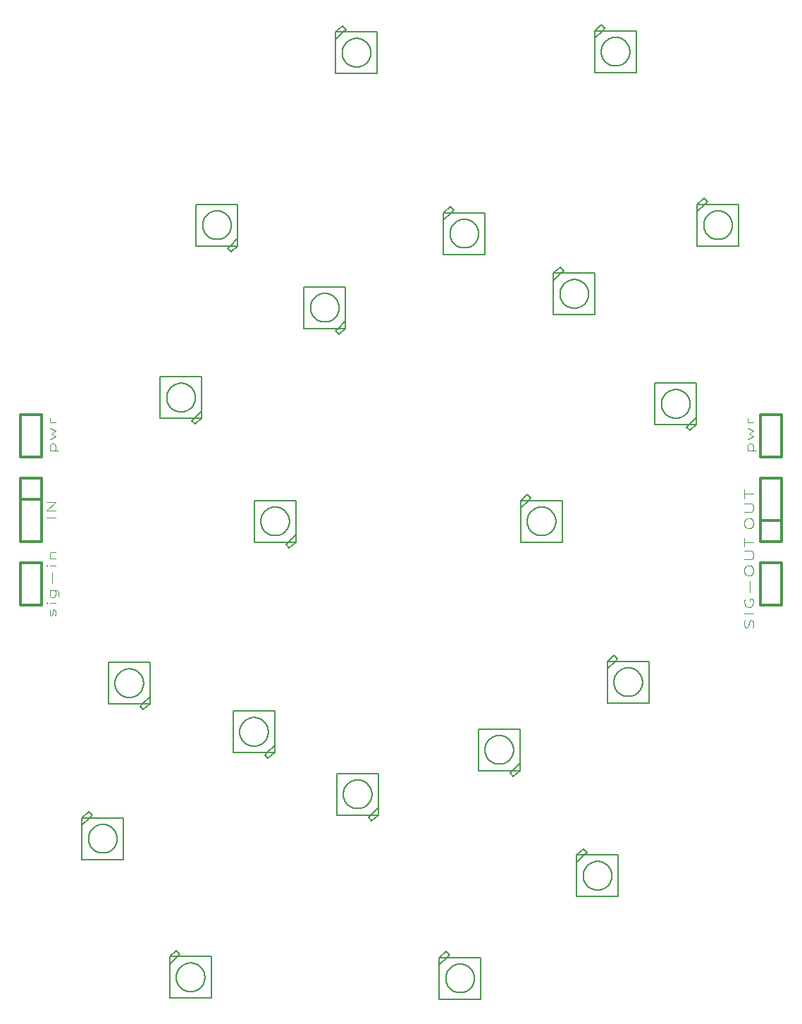
<source format=gto>
G04 ( created by brdgerber.py ( brdgerber.py v0.1 2014-03-12 ) ) date 2020-10-07 04:59:26 EDT*
G04 Gerber Fmt 3.4, Leading zero omitted, Abs format*
%MOIN*%
%FSLAX34Y34*%
G01*
G70*
G90*
G04 APERTURE LIST*
%ADD10R,0.0550X0.0550*%
%ADD14R,0.0590X0.0354*%
%ADD16R,0.0629X0.0709*%
%ADD13C,0.0120*%
%ADD12C,0.0000*%
%ADD15C,0.0050*%
%ADD19C,0.2440*%
%ADD17C,0.0060*%
%ADD11C,0.0550*%
%ADD18C,0.0200*%
G04 APERTURE END LIST*
G54D10*
D13*
G01X-02000Y-14500D02*
G01X-01000Y-14500D01*
D13*
G01X-01000Y-14500D02*
G01X-01000Y-16500D01*
D13*
G01X-01000Y-16500D02*
G01X-02000Y-16500D01*
D13*
G01X-02000Y-16500D02*
G01X-02000Y-14500D01*
D12*
G01X-00612Y-16213D02*
G01X-00184Y-16213D01*
D12*
G01X-00592Y-16213D02*
G01X-00612Y-16149D01*
G01X-00612Y-16019D01*
G01X-00592Y-15954D01*
G01X-00571Y-15922D01*
G01X-00531Y-15889D01*
G01X-00408Y-15889D01*
G01X-00368Y-15922D01*
G01X-00347Y-15954D01*
G01X-00327Y-16019D01*
G01X-00327Y-16149D01*
G01X-00347Y-16213D01*
D12*
G01X-00612Y-15662D02*
G01X-00327Y-15532D01*
G01X-00531Y-15403D01*
G01X-00327Y-15273D01*
G01X-00612Y-15143D01*
D12*
G01X-00327Y-14884D02*
G01X-00612Y-14884D01*
D12*
G01X-00531Y-14884D02*
G01X-00571Y-14851D01*
G01X-00592Y-14819D01*
G01X-00612Y-14754D01*
G01X-00612Y-14689D01*
D13*
G01X34000Y-16500D02*
G01X33000Y-16500D01*
D13*
G01X33000Y-16500D02*
G01X33000Y-14500D01*
D13*
G01X33000Y-14500D02*
G01X34000Y-14500D01*
D13*
G01X34000Y-14500D02*
G01X34000Y-16500D01*
D12*
G01X32388Y-16213D02*
G01X32816Y-16213D01*
D12*
G01X32408Y-16213D02*
G01X32388Y-16149D01*
G01X32388Y-16019D01*
G01X32408Y-15954D01*
G01X32429Y-15922D01*
G01X32469Y-15889D01*
G01X32592Y-15889D01*
G01X32632Y-15922D01*
G01X32653Y-15954D01*
G01X32673Y-16019D01*
G01X32673Y-16149D01*
G01X32653Y-16213D01*
D12*
G01X32388Y-15662D02*
G01X32673Y-15532D01*
G01X32469Y-15403D01*
G01X32673Y-15273D01*
G01X32388Y-15143D01*
D12*
G01X32673Y-14884D02*
G01X32388Y-14884D01*
D12*
G01X32469Y-14884D02*
G01X32429Y-14851D01*
G01X32408Y-14819D01*
G01X32388Y-14754D01*
G01X32388Y-14689D01*
D13*
G01X34000Y-23500D02*
G01X33000Y-23500D01*
D13*
G01X33000Y-23500D02*
G01X33000Y-21500D01*
D13*
G01X33000Y-21500D02*
G01X34000Y-21500D01*
D13*
G01X34000Y-21500D02*
G01X34000Y-23500D01*
D12*
G01X32653Y-24592D02*
G01X32673Y-24494D01*
G01X32673Y-24332D01*
G01X32653Y-24267D01*
G01X32632Y-24235D01*
G01X32592Y-24203D01*
G01X32551Y-24203D01*
G01X32510Y-24235D01*
G01X32490Y-24267D01*
G01X32469Y-24332D01*
G01X32449Y-24462D01*
G01X32429Y-24527D01*
G01X32408Y-24559D01*
G01X32368Y-24592D01*
G01X32327Y-24592D01*
G01X32286Y-24559D01*
G01X32266Y-24527D01*
G01X32245Y-24462D01*
G01X32245Y-24300D01*
G01X32266Y-24203D01*
D12*
G01X32673Y-23911D02*
G01X32245Y-23911D01*
D12*
G01X32266Y-23230D02*
G01X32245Y-23295D01*
G01X32245Y-23392D01*
G01X32266Y-23489D01*
G01X32306Y-23554D01*
G01X32347Y-23586D01*
G01X32429Y-23619D01*
G01X32490Y-23619D01*
G01X32571Y-23586D01*
G01X32612Y-23554D01*
G01X32653Y-23489D01*
G01X32673Y-23392D01*
G01X32673Y-23327D01*
G01X32653Y-23230D01*
G01X32632Y-23197D01*
G01X32490Y-23197D01*
G01X32490Y-23327D01*
D12*
G01X32510Y-22905D02*
G01X32510Y-22386D01*
D12*
G01X32245Y-21933D02*
G01X32245Y-21803D01*
G01X32266Y-21738D01*
G01X32306Y-21673D01*
G01X32388Y-21641D01*
G01X32531Y-21641D01*
G01X32612Y-21673D01*
G01X32653Y-21738D01*
G01X32673Y-21803D01*
G01X32673Y-21933D01*
G01X32653Y-21997D01*
G01X32612Y-22062D01*
G01X32531Y-22095D01*
G01X32388Y-22095D01*
G01X32306Y-22062D01*
G01X32266Y-21997D01*
G01X32245Y-21933D01*
D12*
G01X32245Y-21349D02*
G01X32592Y-21349D01*
G01X32632Y-21316D01*
G01X32653Y-21284D01*
G01X32673Y-21219D01*
G01X32673Y-21089D01*
G01X32653Y-21025D01*
G01X32632Y-20992D01*
G01X32592Y-20960D01*
G01X32245Y-20960D01*
D12*
G01X32245Y-20733D02*
G01X32245Y-20343D01*
D12*
G01X32673Y-20538D02*
G01X32245Y-20538D01*
D13*
G01X34000Y-20500D02*
G01X33000Y-20500D01*
D13*
G01X33000Y-20500D02*
G01X33000Y-17500D01*
D13*
G01X33000Y-17500D02*
G01X34000Y-17500D01*
D13*
G01X34000Y-17500D02*
G01X34000Y-20500D01*
D13*
G01X33000Y-19500D02*
G01X34000Y-19500D01*
D12*
G01X32248Y-19705D02*
G01X32248Y-19571D01*
G01X32268Y-19504D01*
G01X32308Y-19436D01*
G01X32389Y-19403D01*
G01X32530Y-19403D01*
G01X32611Y-19436D01*
G01X32651Y-19504D01*
G01X32672Y-19571D01*
G01X32672Y-19705D01*
G01X32651Y-19772D01*
G01X32611Y-19839D01*
G01X32530Y-19873D01*
G01X32389Y-19873D01*
G01X32308Y-19839D01*
G01X32268Y-19772D01*
G01X32248Y-19705D01*
D12*
G01X32248Y-19101D02*
G01X32591Y-19101D01*
G01X32631Y-19067D01*
G01X32651Y-19034D01*
G01X32672Y-18966D01*
G01X32672Y-18832D01*
G01X32651Y-18765D01*
G01X32631Y-18731D01*
G01X32591Y-18698D01*
G01X32248Y-18698D01*
D12*
G01X32248Y-18463D02*
G01X32248Y-18060D01*
D12*
G01X32672Y-18261D02*
G01X32248Y-18261D01*
D13*
G01X-02000Y-21500D02*
G01X-01000Y-21500D01*
D13*
G01X-01000Y-21500D02*
G01X-01000Y-23500D01*
D13*
G01X-01000Y-23500D02*
G01X-02000Y-23500D01*
D13*
G01X-02000Y-23500D02*
G01X-02000Y-21500D01*
D12*
G01X-00347Y-24008D02*
G01X-00327Y-23943D01*
G01X-00327Y-23813D01*
G01X-00347Y-23748D01*
G01X-00388Y-23716D01*
G01X-00408Y-23716D01*
G01X-00449Y-23748D01*
G01X-00469Y-23813D01*
G01X-00469Y-23911D01*
G01X-00490Y-23975D01*
G01X-00531Y-24008D01*
G01X-00551Y-24008D01*
G01X-00592Y-23975D01*
G01X-00612Y-23911D01*
G01X-00612Y-23813D01*
G01X-00592Y-23748D01*
D12*
G01X-00327Y-23424D02*
G01X-00612Y-23424D01*
D12*
G01X-00755Y-23424D02*
G01X-00734Y-23457D01*
G01X-00714Y-23424D01*
G01X-00734Y-23392D01*
G01X-00755Y-23424D01*
G01X-00714Y-23424D01*
D12*
G01X-00612Y-22808D02*
G01X-00266Y-22808D01*
G01X-00225Y-22841D01*
G01X-00204Y-22873D01*
G01X-00184Y-22938D01*
G01X-00184Y-23035D01*
G01X-00204Y-23100D01*
D12*
G01X-00347Y-22808D02*
G01X-00327Y-22873D01*
G01X-00327Y-23003D01*
G01X-00347Y-23068D01*
G01X-00368Y-23100D01*
G01X-00408Y-23132D01*
G01X-00531Y-23132D01*
G01X-00571Y-23100D01*
G01X-00592Y-23068D01*
G01X-00612Y-23003D01*
G01X-00612Y-22873D01*
G01X-00592Y-22808D01*
D12*
G01X-00490Y-22484D02*
G01X-00490Y-21965D01*
D12*
G01X-00327Y-21641D02*
G01X-00612Y-21641D01*
D12*
G01X-00755Y-21641D02*
G01X-00734Y-21673D01*
G01X-00714Y-21641D01*
G01X-00734Y-21608D01*
G01X-00755Y-21641D01*
G01X-00714Y-21641D01*
D12*
G01X-00612Y-21316D02*
G01X-00327Y-21316D01*
D12*
G01X-00571Y-21316D02*
G01X-00592Y-21284D01*
G01X-00612Y-21219D01*
G01X-00612Y-21122D01*
G01X-00592Y-21057D01*
G01X-00551Y-21025D01*
G01X-00327Y-21025D01*
D13*
G01X-02000Y-17500D02*
G01X-01000Y-17500D01*
D13*
G01X-01000Y-17500D02*
G01X-01000Y-20500D01*
D13*
G01X-01000Y-20500D02*
G01X-02000Y-20500D01*
D13*
G01X-02000Y-20500D02*
G01X-02000Y-17500D01*
D13*
G01X-01000Y-18500D02*
G01X-02000Y-18500D01*
D12*
G01X-00328Y-19369D02*
G01X-00752Y-19369D01*
D12*
G01X-00328Y-19034D02*
G01X-00752Y-19034D01*
G01X-00328Y-18631D01*
G01X-00752Y-18631D01*
D15*
G01X14884Y01616D02*
G01X12916Y01616D01*
D15*
G01X12916Y01616D02*
G01X12916Y03229D01*
D15*
G01X12916Y03229D02*
G01X12916Y03584D01*
D15*
G01X12916Y03584D02*
G01X13271Y03584D01*
D15*
G01X13271Y03584D02*
G01X14884Y03584D01*
D15*
G01X14884Y03584D02*
G01X14884Y01616D01*
D15*
G01X12916Y03229D02*
G01X13271Y03584D01*
D15*
G01X13271Y03584D02*
G01X13389Y03702D01*
D15*
G01X13389Y03702D02*
G01X13231Y03859D01*
D15*
G01X13231Y03859D02*
G01X12916Y03584D01*
D15*
G01X14577Y02600D02*
G01X14577Y02600D01*
G01X14577Y02617D01*
G01X14576Y02633D01*
G01X14575Y02650D01*
G01X14574Y02666D01*
G01X14572Y02683D01*
G01X14570Y02699D01*
G01X14567Y02716D01*
G01X14564Y02732D01*
G01X14561Y02748D01*
G01X14557Y02764D01*
G01X14552Y02781D01*
G01X14548Y02797D01*
G01X14543Y02812D01*
G01X14537Y02828D01*
G01X14532Y02844D01*
G01X14525Y02859D01*
G01X14519Y02874D01*
G01X14512Y02889D01*
G01X14505Y02904D01*
G01X14497Y02919D01*
G01X14489Y02934D01*
G01X14481Y02948D01*
G01X14472Y02962D01*
G01X14463Y02976D01*
G01X14454Y02990D01*
G01X14444Y03003D01*
G01X14434Y03017D01*
G01X14423Y03029D01*
G01X14413Y03042D01*
G01X14402Y03055D01*
G01X14390Y03067D01*
G01X14379Y03079D01*
G01X14367Y03090D01*
G01X14355Y03102D01*
G01X14342Y03113D01*
G01X14329Y03123D01*
G01X14317Y03134D01*
G01X14303Y03144D01*
G01X14290Y03154D01*
G01X14276Y03163D01*
G01X14262Y03172D01*
G01X14248Y03181D01*
G01X14234Y03189D01*
G01X14219Y03197D01*
G01X14204Y03205D01*
G01X14189Y03212D01*
G01X14174Y03219D01*
G01X14159Y03225D01*
G01X14144Y03232D01*
G01X14128Y03237D01*
G01X14112Y03243D01*
G01X14097Y03248D01*
G01X14081Y03252D01*
G01X14064Y03257D01*
G01X14048Y03261D01*
G01X14032Y03264D01*
G01X14016Y03267D01*
G01X13999Y03270D01*
G01X13983Y03272D01*
G01X13966Y03274D01*
G01X13950Y03275D01*
G01X13933Y03276D01*
G01X13917Y03277D01*
G01X13900Y03277D01*
G01X13883Y03277D01*
G01X13867Y03276D01*
G01X13850Y03275D01*
G01X13834Y03274D01*
G01X13817Y03272D01*
G01X13801Y03270D01*
G01X13784Y03267D01*
G01X13768Y03264D01*
G01X13752Y03261D01*
G01X13736Y03257D01*
G01X13719Y03252D01*
G01X13703Y03248D01*
G01X13688Y03243D01*
G01X13672Y03237D01*
G01X13656Y03232D01*
G01X13641Y03225D01*
G01X13626Y03219D01*
G01X13611Y03212D01*
G01X13596Y03205D01*
G01X13581Y03197D01*
G01X13566Y03189D01*
G01X13552Y03181D01*
G01X13538Y03172D01*
G01X13524Y03163D01*
G01X13510Y03154D01*
G01X13497Y03144D01*
G01X13483Y03134D01*
G01X13471Y03123D01*
G01X13458Y03113D01*
G01X13445Y03102D01*
G01X13433Y03090D01*
G01X13421Y03079D01*
G01X13410Y03067D01*
G01X13398Y03055D01*
G01X13387Y03042D01*
G01X13377Y03029D01*
G01X13366Y03017D01*
G01X13356Y03003D01*
G01X13346Y02990D01*
G01X13337Y02976D01*
G01X13328Y02962D01*
G01X13319Y02948D01*
G01X13311Y02934D01*
G01X13303Y02919D01*
G01X13295Y02904D01*
G01X13288Y02889D01*
G01X13281Y02874D01*
G01X13275Y02859D01*
G01X13268Y02844D01*
G01X13263Y02828D01*
G01X13257Y02812D01*
G01X13252Y02797D01*
G01X13248Y02781D01*
G01X13243Y02764D01*
G01X13239Y02748D01*
G01X13236Y02732D01*
G01X13233Y02716D01*
G01X13230Y02699D01*
G01X13228Y02683D01*
G01X13226Y02666D01*
G01X13225Y02650D01*
G01X13224Y02633D01*
G01X13223Y02617D01*
G01X13223Y02600D01*
G01X13223Y02583D01*
G01X13224Y02567D01*
G01X13225Y02550D01*
G01X13226Y02534D01*
G01X13228Y02517D01*
G01X13230Y02501D01*
G01X13233Y02484D01*
G01X13236Y02468D01*
G01X13239Y02452D01*
G01X13243Y02436D01*
G01X13248Y02419D01*
G01X13252Y02403D01*
G01X13257Y02388D01*
G01X13263Y02372D01*
G01X13268Y02356D01*
G01X13275Y02341D01*
G01X13281Y02326D01*
G01X13288Y02311D01*
G01X13295Y02296D01*
G01X13303Y02281D01*
G01X13311Y02266D01*
G01X13319Y02252D01*
G01X13328Y02238D01*
G01X13337Y02224D01*
G01X13346Y02210D01*
G01X13356Y02197D01*
G01X13366Y02183D01*
G01X13377Y02171D01*
G01X13387Y02158D01*
G01X13398Y02145D01*
G01X13410Y02133D01*
G01X13421Y02121D01*
G01X13433Y02110D01*
G01X13445Y02098D01*
G01X13458Y02087D01*
G01X13471Y02077D01*
G01X13483Y02066D01*
G01X13497Y02056D01*
G01X13510Y02046D01*
G01X13524Y02037D01*
G01X13538Y02028D01*
G01X13552Y02019D01*
G01X13566Y02011D01*
G01X13581Y02003D01*
G01X13596Y01995D01*
G01X13611Y01988D01*
G01X13626Y01981D01*
G01X13641Y01975D01*
G01X13656Y01968D01*
G01X13672Y01963D01*
G01X13688Y01957D01*
G01X13703Y01952D01*
G01X13719Y01948D01*
G01X13736Y01943D01*
G01X13752Y01939D01*
G01X13768Y01936D01*
G01X13784Y01933D01*
G01X13801Y01930D01*
G01X13817Y01928D01*
G01X13834Y01926D01*
G01X13850Y01925D01*
G01X13867Y01924D01*
G01X13883Y01923D01*
G01X13900Y01923D01*
G01X13917Y01923D01*
G01X13933Y01924D01*
G01X13950Y01925D01*
G01X13966Y01926D01*
G01X13983Y01928D01*
G01X13999Y01930D01*
G01X14016Y01933D01*
G01X14032Y01936D01*
G01X14048Y01939D01*
G01X14064Y01943D01*
G01X14081Y01948D01*
G01X14097Y01952D01*
G01X14112Y01957D01*
G01X14128Y01963D01*
G01X14144Y01968D01*
G01X14159Y01975D01*
G01X14174Y01981D01*
G01X14189Y01988D01*
G01X14204Y01995D01*
G01X14219Y02003D01*
G01X14234Y02011D01*
G01X14248Y02019D01*
G01X14262Y02028D01*
G01X14276Y02037D01*
G01X14290Y02046D01*
G01X14303Y02056D01*
G01X14317Y02066D01*
G01X14329Y02077D01*
G01X14342Y02087D01*
G01X14355Y02098D01*
G01X14367Y02110D01*
G01X14379Y02121D01*
G01X14390Y02133D01*
G01X14402Y02145D01*
G01X14413Y02158D01*
G01X14423Y02171D01*
G01X14434Y02183D01*
G01X14444Y02197D01*
G01X14454Y02210D01*
G01X14463Y02224D01*
G01X14472Y02238D01*
G01X14481Y02252D01*
G01X14489Y02266D01*
G01X14497Y02281D01*
G01X14505Y02296D01*
G01X14512Y02311D01*
G01X14519Y02326D01*
G01X14525Y02341D01*
G01X14532Y02356D01*
G01X14537Y02372D01*
G01X14543Y02388D01*
G01X14548Y02403D01*
G01X14552Y02419D01*
G01X14557Y02436D01*
G01X14561Y02452D01*
G01X14564Y02468D01*
G01X14567Y02484D01*
G01X14570Y02501D01*
G01X14572Y02517D01*
G01X14574Y02534D01*
G01X14575Y02550D01*
G01X14576Y02567D01*
G01X14577Y02583D01*
G01X14577Y02600D01*
D15*
G01X19784Y-42134D02*
G01X17816Y-42134D01*
D15*
G01X17816Y-42134D02*
G01X17816Y-40521D01*
D15*
G01X17816Y-40521D02*
G01X17816Y-40166D01*
D15*
G01X17816Y-40166D02*
G01X18171Y-40166D01*
D15*
G01X18171Y-40166D02*
G01X19784Y-40166D01*
D15*
G01X19784Y-40166D02*
G01X19784Y-42134D01*
D15*
G01X17816Y-40521D02*
G01X18171Y-40166D01*
D15*
G01X18171Y-40166D02*
G01X18289Y-40048D01*
D15*
G01X18289Y-40048D02*
G01X18131Y-39891D01*
D15*
G01X18131Y-39891D02*
G01X17816Y-40166D01*
D15*
G01X19477Y-41150D02*
G01X19477Y-41150D01*
G01X19477Y-41133D01*
G01X19476Y-41117D01*
G01X19475Y-41100D01*
G01X19474Y-41084D01*
G01X19472Y-41067D01*
G01X19470Y-41051D01*
G01X19467Y-41034D01*
G01X19464Y-41018D01*
G01X19461Y-41002D01*
G01X19457Y-40986D01*
G01X19452Y-40969D01*
G01X19448Y-40953D01*
G01X19443Y-40938D01*
G01X19437Y-40922D01*
G01X19432Y-40906D01*
G01X19425Y-40891D01*
G01X19419Y-40876D01*
G01X19412Y-40861D01*
G01X19405Y-40846D01*
G01X19397Y-40831D01*
G01X19389Y-40816D01*
G01X19381Y-40802D01*
G01X19372Y-40788D01*
G01X19363Y-40774D01*
G01X19354Y-40760D01*
G01X19344Y-40747D01*
G01X19334Y-40733D01*
G01X19323Y-40721D01*
G01X19313Y-40708D01*
G01X19302Y-40695D01*
G01X19290Y-40683D01*
G01X19279Y-40671D01*
G01X19267Y-40660D01*
G01X19255Y-40648D01*
G01X19242Y-40637D01*
G01X19229Y-40627D01*
G01X19217Y-40616D01*
G01X19203Y-40606D01*
G01X19190Y-40596D01*
G01X19176Y-40587D01*
G01X19162Y-40578D01*
G01X19148Y-40569D01*
G01X19134Y-40561D01*
G01X19119Y-40553D01*
G01X19104Y-40545D01*
G01X19089Y-40538D01*
G01X19074Y-40531D01*
G01X19059Y-40525D01*
G01X19044Y-40518D01*
G01X19028Y-40513D01*
G01X19012Y-40507D01*
G01X18997Y-40502D01*
G01X18981Y-40498D01*
G01X18964Y-40493D01*
G01X18948Y-40489D01*
G01X18932Y-40486D01*
G01X18916Y-40483D01*
G01X18899Y-40480D01*
G01X18883Y-40478D01*
G01X18866Y-40476D01*
G01X18850Y-40475D01*
G01X18833Y-40474D01*
G01X18817Y-40473D01*
G01X18800Y-40473D01*
G01X18783Y-40473D01*
G01X18767Y-40474D01*
G01X18750Y-40475D01*
G01X18734Y-40476D01*
G01X18717Y-40478D01*
G01X18701Y-40480D01*
G01X18684Y-40483D01*
G01X18668Y-40486D01*
G01X18652Y-40489D01*
G01X18636Y-40493D01*
G01X18619Y-40498D01*
G01X18603Y-40502D01*
G01X18588Y-40507D01*
G01X18572Y-40513D01*
G01X18556Y-40518D01*
G01X18541Y-40525D01*
G01X18526Y-40531D01*
G01X18511Y-40538D01*
G01X18496Y-40545D01*
G01X18481Y-40553D01*
G01X18466Y-40561D01*
G01X18452Y-40569D01*
G01X18438Y-40578D01*
G01X18424Y-40587D01*
G01X18410Y-40596D01*
G01X18397Y-40606D01*
G01X18383Y-40616D01*
G01X18371Y-40627D01*
G01X18358Y-40637D01*
G01X18345Y-40648D01*
G01X18333Y-40660D01*
G01X18321Y-40671D01*
G01X18310Y-40683D01*
G01X18298Y-40695D01*
G01X18287Y-40708D01*
G01X18277Y-40721D01*
G01X18266Y-40733D01*
G01X18256Y-40747D01*
G01X18246Y-40760D01*
G01X18237Y-40774D01*
G01X18228Y-40788D01*
G01X18219Y-40802D01*
G01X18211Y-40816D01*
G01X18203Y-40831D01*
G01X18195Y-40846D01*
G01X18188Y-40861D01*
G01X18181Y-40876D01*
G01X18175Y-40891D01*
G01X18168Y-40906D01*
G01X18163Y-40922D01*
G01X18157Y-40938D01*
G01X18152Y-40953D01*
G01X18148Y-40969D01*
G01X18143Y-40986D01*
G01X18139Y-41002D01*
G01X18136Y-41018D01*
G01X18133Y-41034D01*
G01X18130Y-41051D01*
G01X18128Y-41067D01*
G01X18126Y-41084D01*
G01X18125Y-41100D01*
G01X18124Y-41117D01*
G01X18123Y-41133D01*
G01X18123Y-41150D01*
G01X18123Y-41167D01*
G01X18124Y-41183D01*
G01X18125Y-41200D01*
G01X18126Y-41216D01*
G01X18128Y-41233D01*
G01X18130Y-41249D01*
G01X18133Y-41266D01*
G01X18136Y-41282D01*
G01X18139Y-41298D01*
G01X18143Y-41314D01*
G01X18148Y-41331D01*
G01X18152Y-41347D01*
G01X18157Y-41362D01*
G01X18163Y-41378D01*
G01X18168Y-41394D01*
G01X18175Y-41409D01*
G01X18181Y-41424D01*
G01X18188Y-41439D01*
G01X18195Y-41454D01*
G01X18203Y-41469D01*
G01X18211Y-41484D01*
G01X18219Y-41498D01*
G01X18228Y-41512D01*
G01X18237Y-41526D01*
G01X18246Y-41540D01*
G01X18256Y-41553D01*
G01X18266Y-41567D01*
G01X18277Y-41579D01*
G01X18287Y-41592D01*
G01X18298Y-41605D01*
G01X18310Y-41617D01*
G01X18321Y-41629D01*
G01X18333Y-41640D01*
G01X18345Y-41652D01*
G01X18358Y-41663D01*
G01X18371Y-41673D01*
G01X18383Y-41684D01*
G01X18397Y-41694D01*
G01X18410Y-41704D01*
G01X18424Y-41713D01*
G01X18438Y-41722D01*
G01X18452Y-41731D01*
G01X18466Y-41739D01*
G01X18481Y-41747D01*
G01X18496Y-41755D01*
G01X18511Y-41762D01*
G01X18526Y-41769D01*
G01X18541Y-41775D01*
G01X18556Y-41782D01*
G01X18572Y-41787D01*
G01X18588Y-41793D01*
G01X18603Y-41798D01*
G01X18619Y-41802D01*
G01X18636Y-41807D01*
G01X18652Y-41811D01*
G01X18668Y-41814D01*
G01X18684Y-41817D01*
G01X18701Y-41820D01*
G01X18717Y-41822D01*
G01X18734Y-41824D01*
G01X18750Y-41825D01*
G01X18767Y-41826D01*
G01X18783Y-41827D01*
G01X18800Y-41827D01*
G01X18817Y-41827D01*
G01X18833Y-41826D01*
G01X18850Y-41825D01*
G01X18866Y-41824D01*
G01X18883Y-41822D01*
G01X18899Y-41820D01*
G01X18916Y-41817D01*
G01X18932Y-41814D01*
G01X18948Y-41811D01*
G01X18964Y-41807D01*
G01X18981Y-41802D01*
G01X18997Y-41798D01*
G01X19012Y-41793D01*
G01X19028Y-41787D01*
G01X19044Y-41782D01*
G01X19059Y-41775D01*
G01X19074Y-41769D01*
G01X19089Y-41762D01*
G01X19104Y-41755D01*
G01X19119Y-41747D01*
G01X19134Y-41739D01*
G01X19148Y-41731D01*
G01X19162Y-41722D01*
G01X19176Y-41713D01*
G01X19190Y-41704D01*
G01X19203Y-41694D01*
G01X19217Y-41684D01*
G01X19229Y-41673D01*
G01X19242Y-41663D01*
G01X19255Y-41652D01*
G01X19267Y-41640D01*
G01X19279Y-41629D01*
G01X19290Y-41617D01*
G01X19302Y-41605D01*
G01X19313Y-41592D01*
G01X19323Y-41579D01*
G01X19334Y-41567D01*
G01X19344Y-41553D01*
G01X19354Y-41540D01*
G01X19363Y-41526D01*
G01X19372Y-41512D01*
G01X19381Y-41498D01*
G01X19389Y-41484D01*
G01X19397Y-41469D01*
G01X19405Y-41454D01*
G01X19412Y-41439D01*
G01X19419Y-41424D01*
G01X19425Y-41409D01*
G01X19432Y-41394D01*
G01X19437Y-41378D01*
G01X19443Y-41362D01*
G01X19448Y-41347D01*
G01X19452Y-41331D01*
G01X19457Y-41314D01*
G01X19461Y-41298D01*
G01X19464Y-41282D01*
G01X19467Y-41266D01*
G01X19470Y-41249D01*
G01X19472Y-41233D01*
G01X19474Y-41216D01*
G01X19475Y-41200D01*
G01X19476Y-41183D01*
G01X19477Y-41167D01*
G01X19477Y-41150D01*
D15*
G01X27134Y01666D02*
G01X25166Y01666D01*
D15*
G01X25166Y01666D02*
G01X25166Y03279D01*
D15*
G01X25166Y03279D02*
G01X25166Y03634D01*
D15*
G01X25166Y03634D02*
G01X25521Y03634D01*
D15*
G01X25521Y03634D02*
G01X27134Y03634D01*
D15*
G01X27134Y03634D02*
G01X27134Y01666D01*
D15*
G01X25166Y03279D02*
G01X25521Y03634D01*
D15*
G01X25521Y03634D02*
G01X25639Y03752D01*
D15*
G01X25639Y03752D02*
G01X25481Y03909D01*
D15*
G01X25481Y03909D02*
G01X25166Y03634D01*
D15*
G01X26827Y02650D02*
G01X26827Y02650D01*
G01X26827Y02667D01*
G01X26826Y02683D01*
G01X26825Y02700D01*
G01X26824Y02716D01*
G01X26822Y02733D01*
G01X26820Y02749D01*
G01X26817Y02766D01*
G01X26814Y02782D01*
G01X26811Y02798D01*
G01X26807Y02814D01*
G01X26802Y02831D01*
G01X26798Y02847D01*
G01X26793Y02862D01*
G01X26787Y02878D01*
G01X26782Y02894D01*
G01X26775Y02909D01*
G01X26769Y02924D01*
G01X26762Y02939D01*
G01X26755Y02954D01*
G01X26747Y02969D01*
G01X26739Y02984D01*
G01X26731Y02998D01*
G01X26722Y03012D01*
G01X26713Y03026D01*
G01X26704Y03040D01*
G01X26694Y03053D01*
G01X26684Y03067D01*
G01X26673Y03079D01*
G01X26663Y03092D01*
G01X26652Y03105D01*
G01X26640Y03117D01*
G01X26629Y03129D01*
G01X26617Y03140D01*
G01X26605Y03152D01*
G01X26592Y03163D01*
G01X26579Y03173D01*
G01X26567Y03184D01*
G01X26553Y03194D01*
G01X26540Y03204D01*
G01X26526Y03213D01*
G01X26512Y03222D01*
G01X26498Y03231D01*
G01X26484Y03239D01*
G01X26469Y03247D01*
G01X26454Y03255D01*
G01X26439Y03262D01*
G01X26424Y03269D01*
G01X26409Y03275D01*
G01X26394Y03282D01*
G01X26378Y03287D01*
G01X26362Y03293D01*
G01X26347Y03298D01*
G01X26331Y03302D01*
G01X26314Y03307D01*
G01X26298Y03311D01*
G01X26282Y03314D01*
G01X26266Y03317D01*
G01X26249Y03320D01*
G01X26233Y03322D01*
G01X26216Y03324D01*
G01X26200Y03325D01*
G01X26183Y03326D01*
G01X26167Y03327D01*
G01X26150Y03327D01*
G01X26133Y03327D01*
G01X26117Y03326D01*
G01X26100Y03325D01*
G01X26084Y03324D01*
G01X26067Y03322D01*
G01X26051Y03320D01*
G01X26034Y03317D01*
G01X26018Y03314D01*
G01X26002Y03311D01*
G01X25986Y03307D01*
G01X25969Y03302D01*
G01X25953Y03298D01*
G01X25938Y03293D01*
G01X25922Y03287D01*
G01X25906Y03282D01*
G01X25891Y03275D01*
G01X25876Y03269D01*
G01X25861Y03262D01*
G01X25846Y03255D01*
G01X25831Y03247D01*
G01X25816Y03239D01*
G01X25802Y03231D01*
G01X25788Y03222D01*
G01X25774Y03213D01*
G01X25760Y03204D01*
G01X25747Y03194D01*
G01X25733Y03184D01*
G01X25721Y03173D01*
G01X25708Y03163D01*
G01X25695Y03152D01*
G01X25683Y03140D01*
G01X25671Y03129D01*
G01X25660Y03117D01*
G01X25648Y03105D01*
G01X25637Y03092D01*
G01X25627Y03079D01*
G01X25616Y03067D01*
G01X25606Y03053D01*
G01X25596Y03040D01*
G01X25587Y03026D01*
G01X25578Y03012D01*
G01X25569Y02998D01*
G01X25561Y02984D01*
G01X25553Y02969D01*
G01X25545Y02954D01*
G01X25538Y02939D01*
G01X25531Y02924D01*
G01X25525Y02909D01*
G01X25518Y02894D01*
G01X25513Y02878D01*
G01X25507Y02862D01*
G01X25502Y02847D01*
G01X25498Y02831D01*
G01X25493Y02814D01*
G01X25489Y02798D01*
G01X25486Y02782D01*
G01X25483Y02766D01*
G01X25480Y02749D01*
G01X25478Y02733D01*
G01X25476Y02716D01*
G01X25475Y02700D01*
G01X25474Y02683D01*
G01X25473Y02667D01*
G01X25473Y02650D01*
G01X25473Y02633D01*
G01X25474Y02617D01*
G01X25475Y02600D01*
G01X25476Y02584D01*
G01X25478Y02567D01*
G01X25480Y02551D01*
G01X25483Y02534D01*
G01X25486Y02518D01*
G01X25489Y02502D01*
G01X25493Y02486D01*
G01X25498Y02469D01*
G01X25502Y02453D01*
G01X25507Y02438D01*
G01X25513Y02422D01*
G01X25518Y02406D01*
G01X25525Y02391D01*
G01X25531Y02376D01*
G01X25538Y02361D01*
G01X25545Y02346D01*
G01X25553Y02331D01*
G01X25561Y02316D01*
G01X25569Y02302D01*
G01X25578Y02288D01*
G01X25587Y02274D01*
G01X25596Y02260D01*
G01X25606Y02247D01*
G01X25616Y02233D01*
G01X25627Y02221D01*
G01X25637Y02208D01*
G01X25648Y02195D01*
G01X25660Y02183D01*
G01X25671Y02171D01*
G01X25683Y02160D01*
G01X25695Y02148D01*
G01X25708Y02137D01*
G01X25721Y02127D01*
G01X25733Y02116D01*
G01X25747Y02106D01*
G01X25760Y02096D01*
G01X25774Y02087D01*
G01X25788Y02078D01*
G01X25802Y02069D01*
G01X25816Y02061D01*
G01X25831Y02053D01*
G01X25846Y02045D01*
G01X25861Y02038D01*
G01X25876Y02031D01*
G01X25891Y02025D01*
G01X25906Y02018D01*
G01X25922Y02013D01*
G01X25938Y02007D01*
G01X25953Y02002D01*
G01X25969Y01998D01*
G01X25986Y01993D01*
G01X26002Y01989D01*
G01X26018Y01986D01*
G01X26034Y01983D01*
G01X26051Y01980D01*
G01X26067Y01978D01*
G01X26084Y01976D01*
G01X26100Y01975D01*
G01X26117Y01974D01*
G01X26133Y01973D01*
G01X26150Y01973D01*
G01X26167Y01973D01*
G01X26183Y01974D01*
G01X26200Y01975D01*
G01X26216Y01976D01*
G01X26233Y01978D01*
G01X26249Y01980D01*
G01X26266Y01983D01*
G01X26282Y01986D01*
G01X26298Y01989D01*
G01X26314Y01993D01*
G01X26331Y01998D01*
G01X26347Y02002D01*
G01X26362Y02007D01*
G01X26378Y02013D01*
G01X26394Y02018D01*
G01X26409Y02025D01*
G01X26424Y02031D01*
G01X26439Y02038D01*
G01X26454Y02045D01*
G01X26469Y02053D01*
G01X26484Y02061D01*
G01X26498Y02069D01*
G01X26512Y02078D01*
G01X26526Y02087D01*
G01X26540Y02096D01*
G01X26553Y02106D01*
G01X26567Y02116D01*
G01X26579Y02127D01*
G01X26592Y02137D01*
G01X26605Y02148D01*
G01X26617Y02160D01*
G01X26629Y02171D01*
G01X26640Y02183D01*
G01X26652Y02195D01*
G01X26663Y02208D01*
G01X26673Y02221D01*
G01X26684Y02233D01*
G01X26694Y02247D01*
G01X26704Y02260D01*
G01X26713Y02274D01*
G01X26722Y02288D01*
G01X26731Y02302D01*
G01X26739Y02316D01*
G01X26747Y02331D01*
G01X26755Y02346D01*
G01X26762Y02361D01*
G01X26769Y02376D01*
G01X26775Y02391D01*
G01X26782Y02406D01*
G01X26787Y02422D01*
G01X26793Y02438D01*
G01X26798Y02453D01*
G01X26802Y02469D01*
G01X26807Y02486D01*
G01X26811Y02502D01*
G01X26814Y02518D01*
G01X26817Y02534D01*
G01X26820Y02551D01*
G01X26822Y02567D01*
G01X26824Y02584D01*
G01X26825Y02600D01*
G01X26826Y02617D01*
G01X26827Y02633D01*
G01X26827Y02650D01*
D15*
G01X26284Y-37284D02*
G01X24316Y-37284D01*
D15*
G01X24316Y-37284D02*
G01X24316Y-35671D01*
D15*
G01X24316Y-35671D02*
G01X24316Y-35316D01*
D15*
G01X24316Y-35316D02*
G01X24671Y-35316D01*
D15*
G01X24671Y-35316D02*
G01X26284Y-35316D01*
D15*
G01X26284Y-35316D02*
G01X26284Y-37284D01*
D15*
G01X24316Y-35671D02*
G01X24671Y-35316D01*
D15*
G01X24671Y-35316D02*
G01X24789Y-35198D01*
D15*
G01X24789Y-35198D02*
G01X24631Y-35041D01*
D15*
G01X24631Y-35041D02*
G01X24316Y-35316D01*
D15*
G01X25977Y-36300D02*
G01X25977Y-36300D01*
G01X25977Y-36283D01*
G01X25976Y-36267D01*
G01X25975Y-36250D01*
G01X25974Y-36234D01*
G01X25972Y-36217D01*
G01X25970Y-36201D01*
G01X25967Y-36184D01*
G01X25964Y-36168D01*
G01X25961Y-36152D01*
G01X25957Y-36136D01*
G01X25952Y-36119D01*
G01X25948Y-36103D01*
G01X25943Y-36088D01*
G01X25937Y-36072D01*
G01X25932Y-36056D01*
G01X25925Y-36041D01*
G01X25919Y-36026D01*
G01X25912Y-36011D01*
G01X25905Y-35996D01*
G01X25897Y-35981D01*
G01X25889Y-35966D01*
G01X25881Y-35952D01*
G01X25872Y-35938D01*
G01X25863Y-35924D01*
G01X25854Y-35910D01*
G01X25844Y-35897D01*
G01X25834Y-35883D01*
G01X25823Y-35871D01*
G01X25813Y-35858D01*
G01X25802Y-35845D01*
G01X25790Y-35833D01*
G01X25779Y-35821D01*
G01X25767Y-35810D01*
G01X25755Y-35798D01*
G01X25742Y-35787D01*
G01X25729Y-35777D01*
G01X25717Y-35766D01*
G01X25703Y-35756D01*
G01X25690Y-35746D01*
G01X25676Y-35737D01*
G01X25662Y-35728D01*
G01X25648Y-35719D01*
G01X25634Y-35711D01*
G01X25619Y-35703D01*
G01X25604Y-35695D01*
G01X25589Y-35688D01*
G01X25574Y-35681D01*
G01X25559Y-35675D01*
G01X25544Y-35668D01*
G01X25528Y-35663D01*
G01X25512Y-35657D01*
G01X25497Y-35652D01*
G01X25481Y-35648D01*
G01X25464Y-35643D01*
G01X25448Y-35639D01*
G01X25432Y-35636D01*
G01X25416Y-35633D01*
G01X25399Y-35630D01*
G01X25383Y-35628D01*
G01X25366Y-35626D01*
G01X25350Y-35625D01*
G01X25333Y-35624D01*
G01X25317Y-35623D01*
G01X25300Y-35623D01*
G01X25283Y-35623D01*
G01X25267Y-35624D01*
G01X25250Y-35625D01*
G01X25234Y-35626D01*
G01X25217Y-35628D01*
G01X25201Y-35630D01*
G01X25184Y-35633D01*
G01X25168Y-35636D01*
G01X25152Y-35639D01*
G01X25136Y-35643D01*
G01X25119Y-35648D01*
G01X25103Y-35652D01*
G01X25088Y-35657D01*
G01X25072Y-35663D01*
G01X25056Y-35668D01*
G01X25041Y-35675D01*
G01X25026Y-35681D01*
G01X25011Y-35688D01*
G01X24996Y-35695D01*
G01X24981Y-35703D01*
G01X24966Y-35711D01*
G01X24952Y-35719D01*
G01X24938Y-35728D01*
G01X24924Y-35737D01*
G01X24910Y-35746D01*
G01X24897Y-35756D01*
G01X24883Y-35766D01*
G01X24871Y-35777D01*
G01X24858Y-35787D01*
G01X24845Y-35798D01*
G01X24833Y-35810D01*
G01X24821Y-35821D01*
G01X24810Y-35833D01*
G01X24798Y-35845D01*
G01X24787Y-35858D01*
G01X24777Y-35871D01*
G01X24766Y-35883D01*
G01X24756Y-35897D01*
G01X24746Y-35910D01*
G01X24737Y-35924D01*
G01X24728Y-35938D01*
G01X24719Y-35952D01*
G01X24711Y-35966D01*
G01X24703Y-35981D01*
G01X24695Y-35996D01*
G01X24688Y-36011D01*
G01X24681Y-36026D01*
G01X24675Y-36041D01*
G01X24668Y-36056D01*
G01X24663Y-36072D01*
G01X24657Y-36088D01*
G01X24652Y-36103D01*
G01X24648Y-36119D01*
G01X24643Y-36136D01*
G01X24639Y-36152D01*
G01X24636Y-36168D01*
G01X24633Y-36184D01*
G01X24630Y-36201D01*
G01X24628Y-36217D01*
G01X24626Y-36234D01*
G01X24625Y-36250D01*
G01X24624Y-36267D01*
G01X24623Y-36283D01*
G01X24623Y-36300D01*
G01X24623Y-36317D01*
G01X24624Y-36333D01*
G01X24625Y-36350D01*
G01X24626Y-36366D01*
G01X24628Y-36383D01*
G01X24630Y-36399D01*
G01X24633Y-36416D01*
G01X24636Y-36432D01*
G01X24639Y-36448D01*
G01X24643Y-36464D01*
G01X24648Y-36481D01*
G01X24652Y-36497D01*
G01X24657Y-36512D01*
G01X24663Y-36528D01*
G01X24668Y-36544D01*
G01X24675Y-36559D01*
G01X24681Y-36574D01*
G01X24688Y-36589D01*
G01X24695Y-36604D01*
G01X24703Y-36619D01*
G01X24711Y-36634D01*
G01X24719Y-36648D01*
G01X24728Y-36662D01*
G01X24737Y-36676D01*
G01X24746Y-36690D01*
G01X24756Y-36703D01*
G01X24766Y-36717D01*
G01X24777Y-36729D01*
G01X24787Y-36742D01*
G01X24798Y-36755D01*
G01X24810Y-36767D01*
G01X24821Y-36779D01*
G01X24833Y-36790D01*
G01X24845Y-36802D01*
G01X24858Y-36813D01*
G01X24871Y-36823D01*
G01X24883Y-36834D01*
G01X24897Y-36844D01*
G01X24910Y-36854D01*
G01X24924Y-36863D01*
G01X24938Y-36872D01*
G01X24952Y-36881D01*
G01X24966Y-36889D01*
G01X24981Y-36897D01*
G01X24996Y-36905D01*
G01X25011Y-36912D01*
G01X25026Y-36919D01*
G01X25041Y-36925D01*
G01X25056Y-36932D01*
G01X25072Y-36937D01*
G01X25088Y-36943D01*
G01X25103Y-36948D01*
G01X25119Y-36952D01*
G01X25136Y-36957D01*
G01X25152Y-36961D01*
G01X25168Y-36964D01*
G01X25184Y-36967D01*
G01X25201Y-36970D01*
G01X25217Y-36972D01*
G01X25234Y-36974D01*
G01X25250Y-36975D01*
G01X25267Y-36976D01*
G01X25283Y-36977D01*
G01X25300Y-36977D01*
G01X25317Y-36977D01*
G01X25333Y-36976D01*
G01X25350Y-36975D01*
G01X25366Y-36974D01*
G01X25383Y-36972D01*
G01X25399Y-36970D01*
G01X25416Y-36967D01*
G01X25432Y-36964D01*
G01X25448Y-36961D01*
G01X25464Y-36957D01*
G01X25481Y-36952D01*
G01X25497Y-36948D01*
G01X25512Y-36943D01*
G01X25528Y-36937D01*
G01X25544Y-36932D01*
G01X25559Y-36925D01*
G01X25574Y-36919D01*
G01X25589Y-36912D01*
G01X25604Y-36905D01*
G01X25619Y-36897D01*
G01X25634Y-36889D01*
G01X25648Y-36881D01*
G01X25662Y-36872D01*
G01X25676Y-36863D01*
G01X25690Y-36854D01*
G01X25703Y-36844D01*
G01X25717Y-36834D01*
G01X25729Y-36823D01*
G01X25742Y-36813D01*
G01X25755Y-36802D01*
G01X25767Y-36790D01*
G01X25779Y-36779D01*
G01X25790Y-36767D01*
G01X25802Y-36755D01*
G01X25813Y-36742D01*
G01X25823Y-36729D01*
G01X25834Y-36717D01*
G01X25844Y-36703D01*
G01X25854Y-36690D01*
G01X25863Y-36676D01*
G01X25872Y-36662D01*
G01X25881Y-36648D01*
G01X25889Y-36634D01*
G01X25897Y-36619D01*
G01X25905Y-36604D01*
G01X25912Y-36589D01*
G01X25919Y-36574D01*
G01X25925Y-36559D01*
G01X25932Y-36544D01*
G01X25937Y-36528D01*
G01X25943Y-36512D01*
G01X25948Y-36497D01*
G01X25952Y-36481D01*
G01X25957Y-36464D01*
G01X25961Y-36448D01*
G01X25964Y-36432D01*
G01X25967Y-36416D01*
G01X25970Y-36399D01*
G01X25972Y-36383D01*
G01X25974Y-36366D01*
G01X25975Y-36350D01*
G01X25976Y-36333D01*
G01X25977Y-36317D01*
G01X25977Y-36300D01*
D15*
G01X31984Y-06534D02*
G01X30016Y-06534D01*
D15*
G01X30016Y-06534D02*
G01X30016Y-04921D01*
D15*
G01X30016Y-04921D02*
G01X30016Y-04566D01*
D15*
G01X30016Y-04566D02*
G01X30371Y-04566D01*
D15*
G01X30371Y-04566D02*
G01X31984Y-04566D01*
D15*
G01X31984Y-04566D02*
G01X31984Y-06534D01*
D15*
G01X30016Y-04921D02*
G01X30371Y-04566D01*
D15*
G01X30371Y-04566D02*
G01X30489Y-04448D01*
D15*
G01X30489Y-04448D02*
G01X30331Y-04291D01*
D15*
G01X30331Y-04291D02*
G01X30016Y-04566D01*
D15*
G01X31677Y-05550D02*
G01X31677Y-05550D01*
G01X31677Y-05533D01*
G01X31676Y-05517D01*
G01X31675Y-05500D01*
G01X31674Y-05484D01*
G01X31672Y-05467D01*
G01X31670Y-05451D01*
G01X31667Y-05434D01*
G01X31664Y-05418D01*
G01X31661Y-05402D01*
G01X31657Y-05386D01*
G01X31652Y-05369D01*
G01X31648Y-05353D01*
G01X31643Y-05338D01*
G01X31637Y-05322D01*
G01X31632Y-05306D01*
G01X31625Y-05291D01*
G01X31619Y-05276D01*
G01X31612Y-05261D01*
G01X31605Y-05246D01*
G01X31597Y-05231D01*
G01X31589Y-05216D01*
G01X31581Y-05202D01*
G01X31572Y-05188D01*
G01X31563Y-05174D01*
G01X31554Y-05160D01*
G01X31544Y-05147D01*
G01X31534Y-05133D01*
G01X31523Y-05121D01*
G01X31513Y-05108D01*
G01X31502Y-05095D01*
G01X31490Y-05083D01*
G01X31479Y-05071D01*
G01X31467Y-05060D01*
G01X31455Y-05048D01*
G01X31442Y-05037D01*
G01X31429Y-05027D01*
G01X31417Y-05016D01*
G01X31403Y-05006D01*
G01X31390Y-04996D01*
G01X31376Y-04987D01*
G01X31362Y-04978D01*
G01X31348Y-04969D01*
G01X31334Y-04961D01*
G01X31319Y-04953D01*
G01X31304Y-04945D01*
G01X31289Y-04938D01*
G01X31274Y-04931D01*
G01X31259Y-04925D01*
G01X31244Y-04918D01*
G01X31228Y-04913D01*
G01X31212Y-04907D01*
G01X31197Y-04902D01*
G01X31181Y-04898D01*
G01X31164Y-04893D01*
G01X31148Y-04889D01*
G01X31132Y-04886D01*
G01X31116Y-04883D01*
G01X31099Y-04880D01*
G01X31083Y-04878D01*
G01X31066Y-04876D01*
G01X31050Y-04875D01*
G01X31033Y-04874D01*
G01X31017Y-04873D01*
G01X31000Y-04873D01*
G01X30983Y-04873D01*
G01X30967Y-04874D01*
G01X30950Y-04875D01*
G01X30934Y-04876D01*
G01X30917Y-04878D01*
G01X30901Y-04880D01*
G01X30884Y-04883D01*
G01X30868Y-04886D01*
G01X30852Y-04889D01*
G01X30836Y-04893D01*
G01X30819Y-04898D01*
G01X30803Y-04902D01*
G01X30788Y-04907D01*
G01X30772Y-04913D01*
G01X30756Y-04918D01*
G01X30741Y-04925D01*
G01X30726Y-04931D01*
G01X30711Y-04938D01*
G01X30696Y-04945D01*
G01X30681Y-04953D01*
G01X30666Y-04961D01*
G01X30652Y-04969D01*
G01X30638Y-04978D01*
G01X30624Y-04987D01*
G01X30610Y-04996D01*
G01X30597Y-05006D01*
G01X30583Y-05016D01*
G01X30571Y-05027D01*
G01X30558Y-05037D01*
G01X30545Y-05048D01*
G01X30533Y-05060D01*
G01X30521Y-05071D01*
G01X30510Y-05083D01*
G01X30498Y-05095D01*
G01X30487Y-05108D01*
G01X30477Y-05121D01*
G01X30466Y-05133D01*
G01X30456Y-05147D01*
G01X30446Y-05160D01*
G01X30437Y-05174D01*
G01X30428Y-05188D01*
G01X30419Y-05202D01*
G01X30411Y-05216D01*
G01X30403Y-05231D01*
G01X30395Y-05246D01*
G01X30388Y-05261D01*
G01X30381Y-05276D01*
G01X30375Y-05291D01*
G01X30368Y-05306D01*
G01X30363Y-05322D01*
G01X30357Y-05338D01*
G01X30352Y-05353D01*
G01X30348Y-05369D01*
G01X30343Y-05386D01*
G01X30339Y-05402D01*
G01X30336Y-05418D01*
G01X30333Y-05434D01*
G01X30330Y-05451D01*
G01X30328Y-05467D01*
G01X30326Y-05484D01*
G01X30325Y-05500D01*
G01X30324Y-05517D01*
G01X30323Y-05533D01*
G01X30323Y-05550D01*
G01X30323Y-05567D01*
G01X30324Y-05583D01*
G01X30325Y-05600D01*
G01X30326Y-05616D01*
G01X30328Y-05633D01*
G01X30330Y-05649D01*
G01X30333Y-05666D01*
G01X30336Y-05682D01*
G01X30339Y-05698D01*
G01X30343Y-05714D01*
G01X30348Y-05731D01*
G01X30352Y-05747D01*
G01X30357Y-05762D01*
G01X30363Y-05778D01*
G01X30368Y-05794D01*
G01X30375Y-05809D01*
G01X30381Y-05824D01*
G01X30388Y-05839D01*
G01X30395Y-05854D01*
G01X30403Y-05869D01*
G01X30411Y-05884D01*
G01X30419Y-05898D01*
G01X30428Y-05912D01*
G01X30437Y-05926D01*
G01X30446Y-05940D01*
G01X30456Y-05953D01*
G01X30466Y-05967D01*
G01X30477Y-05979D01*
G01X30487Y-05992D01*
G01X30498Y-06005D01*
G01X30510Y-06017D01*
G01X30521Y-06029D01*
G01X30533Y-06040D01*
G01X30545Y-06052D01*
G01X30558Y-06063D01*
G01X30571Y-06073D01*
G01X30583Y-06084D01*
G01X30597Y-06094D01*
G01X30610Y-06104D01*
G01X30624Y-06113D01*
G01X30638Y-06122D01*
G01X30652Y-06131D01*
G01X30666Y-06139D01*
G01X30681Y-06147D01*
G01X30696Y-06155D01*
G01X30711Y-06162D01*
G01X30726Y-06169D01*
G01X30741Y-06175D01*
G01X30756Y-06182D01*
G01X30772Y-06187D01*
G01X30788Y-06193D01*
G01X30803Y-06198D01*
G01X30819Y-06202D01*
G01X30836Y-06207D01*
G01X30852Y-06211D01*
G01X30868Y-06214D01*
G01X30884Y-06217D01*
G01X30901Y-06220D01*
G01X30917Y-06222D01*
G01X30934Y-06224D01*
G01X30950Y-06225D01*
G01X30967Y-06226D01*
G01X30983Y-06227D01*
G01X31000Y-06227D01*
G01X31017Y-06227D01*
G01X31033Y-06226D01*
G01X31050Y-06225D01*
G01X31066Y-06224D01*
G01X31083Y-06222D01*
G01X31099Y-06220D01*
G01X31116Y-06217D01*
G01X31132Y-06214D01*
G01X31148Y-06211D01*
G01X31164Y-06207D01*
G01X31181Y-06202D01*
G01X31197Y-06198D01*
G01X31212Y-06193D01*
G01X31228Y-06187D01*
G01X31244Y-06182D01*
G01X31259Y-06175D01*
G01X31274Y-06169D01*
G01X31289Y-06162D01*
G01X31304Y-06155D01*
G01X31319Y-06147D01*
G01X31334Y-06139D01*
G01X31348Y-06131D01*
G01X31362Y-06122D01*
G01X31376Y-06113D01*
G01X31390Y-06104D01*
G01X31403Y-06094D01*
G01X31417Y-06084D01*
G01X31429Y-06073D01*
G01X31442Y-06063D01*
G01X31455Y-06052D01*
G01X31467Y-06040D01*
G01X31479Y-06029D01*
G01X31490Y-06017D01*
G01X31502Y-06005D01*
G01X31513Y-05992D01*
G01X31523Y-05979D01*
G01X31534Y-05967D01*
G01X31544Y-05953D01*
G01X31554Y-05940D01*
G01X31563Y-05926D01*
G01X31572Y-05912D01*
G01X31581Y-05898D01*
G01X31589Y-05884D01*
G01X31597Y-05869D01*
G01X31605Y-05854D01*
G01X31612Y-05839D01*
G01X31619Y-05824D01*
G01X31625Y-05809D01*
G01X31632Y-05794D01*
G01X31637Y-05778D01*
G01X31643Y-05762D01*
G01X31648Y-05747D01*
G01X31652Y-05731D01*
G01X31657Y-05714D01*
G01X31661Y-05698D01*
G01X31664Y-05682D01*
G01X31667Y-05666D01*
G01X31670Y-05649D01*
G01X31672Y-05633D01*
G01X31674Y-05616D01*
G01X31675Y-05600D01*
G01X31676Y-05583D01*
G01X31677Y-05567D01*
G01X31677Y-05550D01*
D15*
G01X28016Y-13016D02*
G01X29984Y-13016D01*
D15*
G01X29984Y-13016D02*
G01X29984Y-14629D01*
D15*
G01X29984Y-14629D02*
G01X29984Y-14984D01*
D15*
G01X29984Y-14984D02*
G01X29629Y-14984D01*
D15*
G01X29629Y-14984D02*
G01X28016Y-14984D01*
D15*
G01X28016Y-14984D02*
G01X28016Y-13016D01*
D15*
G01X29984Y-14629D02*
G01X29629Y-14984D01*
D15*
G01X29629Y-14984D02*
G01X29511Y-15102D01*
D15*
G01X29511Y-15102D02*
G01X29669Y-15259D01*
D15*
G01X29669Y-15259D02*
G01X29984Y-14984D01*
D15*
G01X29677Y-14000D02*
G01X29677Y-14000D01*
G01X29677Y-13983D01*
G01X29676Y-13967D01*
G01X29675Y-13950D01*
G01X29674Y-13934D01*
G01X29672Y-13917D01*
G01X29670Y-13901D01*
G01X29667Y-13884D01*
G01X29664Y-13868D01*
G01X29661Y-13852D01*
G01X29657Y-13836D01*
G01X29652Y-13819D01*
G01X29648Y-13803D01*
G01X29643Y-13788D01*
G01X29637Y-13772D01*
G01X29632Y-13756D01*
G01X29625Y-13741D01*
G01X29619Y-13726D01*
G01X29612Y-13711D01*
G01X29605Y-13696D01*
G01X29597Y-13681D01*
G01X29589Y-13666D01*
G01X29581Y-13652D01*
G01X29572Y-13638D01*
G01X29563Y-13624D01*
G01X29554Y-13610D01*
G01X29544Y-13597D01*
G01X29534Y-13583D01*
G01X29523Y-13571D01*
G01X29513Y-13558D01*
G01X29502Y-13545D01*
G01X29490Y-13533D01*
G01X29479Y-13521D01*
G01X29467Y-13510D01*
G01X29455Y-13498D01*
G01X29442Y-13487D01*
G01X29429Y-13477D01*
G01X29417Y-13466D01*
G01X29403Y-13456D01*
G01X29390Y-13446D01*
G01X29376Y-13437D01*
G01X29362Y-13428D01*
G01X29348Y-13419D01*
G01X29334Y-13411D01*
G01X29319Y-13403D01*
G01X29304Y-13395D01*
G01X29289Y-13388D01*
G01X29274Y-13381D01*
G01X29259Y-13375D01*
G01X29244Y-13368D01*
G01X29228Y-13363D01*
G01X29212Y-13357D01*
G01X29197Y-13352D01*
G01X29181Y-13348D01*
G01X29164Y-13343D01*
G01X29148Y-13339D01*
G01X29132Y-13336D01*
G01X29116Y-13333D01*
G01X29099Y-13330D01*
G01X29083Y-13328D01*
G01X29066Y-13326D01*
G01X29050Y-13325D01*
G01X29033Y-13324D01*
G01X29017Y-13323D01*
G01X29000Y-13323D01*
G01X28983Y-13323D01*
G01X28967Y-13324D01*
G01X28950Y-13325D01*
G01X28934Y-13326D01*
G01X28917Y-13328D01*
G01X28901Y-13330D01*
G01X28884Y-13333D01*
G01X28868Y-13336D01*
G01X28852Y-13339D01*
G01X28836Y-13343D01*
G01X28819Y-13348D01*
G01X28803Y-13352D01*
G01X28788Y-13357D01*
G01X28772Y-13363D01*
G01X28756Y-13368D01*
G01X28741Y-13375D01*
G01X28726Y-13381D01*
G01X28711Y-13388D01*
G01X28696Y-13395D01*
G01X28681Y-13403D01*
G01X28666Y-13411D01*
G01X28652Y-13419D01*
G01X28638Y-13428D01*
G01X28624Y-13437D01*
G01X28610Y-13446D01*
G01X28597Y-13456D01*
G01X28583Y-13466D01*
G01X28571Y-13477D01*
G01X28558Y-13487D01*
G01X28545Y-13498D01*
G01X28533Y-13510D01*
G01X28521Y-13521D01*
G01X28510Y-13533D01*
G01X28498Y-13545D01*
G01X28487Y-13558D01*
G01X28477Y-13571D01*
G01X28466Y-13583D01*
G01X28456Y-13597D01*
G01X28446Y-13610D01*
G01X28437Y-13624D01*
G01X28428Y-13638D01*
G01X28419Y-13652D01*
G01X28411Y-13666D01*
G01X28403Y-13681D01*
G01X28395Y-13696D01*
G01X28388Y-13711D01*
G01X28381Y-13726D01*
G01X28375Y-13741D01*
G01X28368Y-13756D01*
G01X28363Y-13772D01*
G01X28357Y-13788D01*
G01X28352Y-13803D01*
G01X28348Y-13819D01*
G01X28343Y-13836D01*
G01X28339Y-13852D01*
G01X28336Y-13868D01*
G01X28333Y-13884D01*
G01X28330Y-13901D01*
G01X28328Y-13917D01*
G01X28326Y-13934D01*
G01X28325Y-13950D01*
G01X28324Y-13967D01*
G01X28323Y-13983D01*
G01X28323Y-14000D01*
G01X28323Y-14017D01*
G01X28324Y-14033D01*
G01X28325Y-14050D01*
G01X28326Y-14066D01*
G01X28328Y-14083D01*
G01X28330Y-14099D01*
G01X28333Y-14116D01*
G01X28336Y-14132D01*
G01X28339Y-14148D01*
G01X28343Y-14164D01*
G01X28348Y-14181D01*
G01X28352Y-14197D01*
G01X28357Y-14212D01*
G01X28363Y-14228D01*
G01X28368Y-14244D01*
G01X28375Y-14259D01*
G01X28381Y-14274D01*
G01X28388Y-14289D01*
G01X28395Y-14304D01*
G01X28403Y-14319D01*
G01X28411Y-14334D01*
G01X28419Y-14348D01*
G01X28428Y-14362D01*
G01X28437Y-14376D01*
G01X28446Y-14390D01*
G01X28456Y-14403D01*
G01X28466Y-14417D01*
G01X28477Y-14429D01*
G01X28487Y-14442D01*
G01X28498Y-14455D01*
G01X28510Y-14467D01*
G01X28521Y-14479D01*
G01X28533Y-14490D01*
G01X28545Y-14502D01*
G01X28558Y-14513D01*
G01X28571Y-14523D01*
G01X28583Y-14534D01*
G01X28597Y-14544D01*
G01X28610Y-14554D01*
G01X28624Y-14563D01*
G01X28638Y-14572D01*
G01X28652Y-14581D01*
G01X28666Y-14589D01*
G01X28681Y-14597D01*
G01X28696Y-14605D01*
G01X28711Y-14612D01*
G01X28726Y-14619D01*
G01X28741Y-14625D01*
G01X28756Y-14632D01*
G01X28772Y-14637D01*
G01X28788Y-14643D01*
G01X28803Y-14648D01*
G01X28819Y-14652D01*
G01X28836Y-14657D01*
G01X28852Y-14661D01*
G01X28868Y-14664D01*
G01X28884Y-14667D01*
G01X28901Y-14670D01*
G01X28917Y-14672D01*
G01X28934Y-14674D01*
G01X28950Y-14675D01*
G01X28967Y-14676D01*
G01X28983Y-14677D01*
G01X29000Y-14677D01*
G01X29017Y-14677D01*
G01X29033Y-14676D01*
G01X29050Y-14675D01*
G01X29066Y-14674D01*
G01X29083Y-14672D01*
G01X29099Y-14670D01*
G01X29116Y-14667D01*
G01X29132Y-14664D01*
G01X29148Y-14661D01*
G01X29164Y-14657D01*
G01X29181Y-14652D01*
G01X29197Y-14648D01*
G01X29212Y-14643D01*
G01X29228Y-14637D01*
G01X29244Y-14632D01*
G01X29259Y-14625D01*
G01X29274Y-14619D01*
G01X29289Y-14612D01*
G01X29304Y-14605D01*
G01X29319Y-14597D01*
G01X29334Y-14589D01*
G01X29348Y-14581D01*
G01X29362Y-14572D01*
G01X29376Y-14563D01*
G01X29390Y-14554D01*
G01X29403Y-14544D01*
G01X29417Y-14534D01*
G01X29429Y-14523D01*
G01X29442Y-14513D01*
G01X29455Y-14502D01*
G01X29467Y-14490D01*
G01X29479Y-14479D01*
G01X29490Y-14467D01*
G01X29502Y-14455D01*
G01X29513Y-14442D01*
G01X29523Y-14429D01*
G01X29534Y-14417D01*
G01X29544Y-14403D01*
G01X29554Y-14390D01*
G01X29563Y-14376D01*
G01X29572Y-14362D01*
G01X29581Y-14348D01*
G01X29589Y-14334D01*
G01X29597Y-14319D01*
G01X29605Y-14304D01*
G01X29612Y-14289D01*
G01X29619Y-14274D01*
G01X29625Y-14259D01*
G01X29632Y-14244D01*
G01X29637Y-14228D01*
G01X29643Y-14212D01*
G01X29648Y-14197D01*
G01X29652Y-14181D01*
G01X29657Y-14164D01*
G01X29661Y-14148D01*
G01X29664Y-14132D01*
G01X29667Y-14116D01*
G01X29670Y-14099D01*
G01X29672Y-14083D01*
G01X29674Y-14066D01*
G01X29675Y-14050D01*
G01X29676Y-14033D01*
G01X29677Y-14017D01*
G01X29677Y-14000D01*
D15*
G01X27734Y-28134D02*
G01X25766Y-28134D01*
D15*
G01X25766Y-28134D02*
G01X25766Y-26521D01*
D15*
G01X25766Y-26521D02*
G01X25766Y-26166D01*
D15*
G01X25766Y-26166D02*
G01X26121Y-26166D01*
D15*
G01X26121Y-26166D02*
G01X27734Y-26166D01*
D15*
G01X27734Y-26166D02*
G01X27734Y-28134D01*
D15*
G01X25766Y-26521D02*
G01X26121Y-26166D01*
D15*
G01X26121Y-26166D02*
G01X26239Y-26048D01*
D15*
G01X26239Y-26048D02*
G01X26081Y-25891D01*
D15*
G01X26081Y-25891D02*
G01X25766Y-26166D01*
D15*
G01X27427Y-27150D02*
G01X27427Y-27150D01*
G01X27427Y-27133D01*
G01X27426Y-27117D01*
G01X27425Y-27100D01*
G01X27424Y-27084D01*
G01X27422Y-27067D01*
G01X27420Y-27051D01*
G01X27417Y-27034D01*
G01X27414Y-27018D01*
G01X27411Y-27002D01*
G01X27407Y-26986D01*
G01X27402Y-26969D01*
G01X27398Y-26953D01*
G01X27393Y-26938D01*
G01X27387Y-26922D01*
G01X27382Y-26906D01*
G01X27375Y-26891D01*
G01X27369Y-26876D01*
G01X27362Y-26861D01*
G01X27355Y-26846D01*
G01X27347Y-26831D01*
G01X27339Y-26816D01*
G01X27331Y-26802D01*
G01X27322Y-26788D01*
G01X27313Y-26774D01*
G01X27304Y-26760D01*
G01X27294Y-26747D01*
G01X27284Y-26733D01*
G01X27273Y-26721D01*
G01X27263Y-26708D01*
G01X27252Y-26695D01*
G01X27240Y-26683D01*
G01X27229Y-26671D01*
G01X27217Y-26660D01*
G01X27205Y-26648D01*
G01X27192Y-26637D01*
G01X27179Y-26627D01*
G01X27167Y-26616D01*
G01X27153Y-26606D01*
G01X27140Y-26596D01*
G01X27126Y-26587D01*
G01X27112Y-26578D01*
G01X27098Y-26569D01*
G01X27084Y-26561D01*
G01X27069Y-26553D01*
G01X27054Y-26545D01*
G01X27039Y-26538D01*
G01X27024Y-26531D01*
G01X27009Y-26525D01*
G01X26994Y-26518D01*
G01X26978Y-26513D01*
G01X26962Y-26507D01*
G01X26947Y-26502D01*
G01X26931Y-26498D01*
G01X26914Y-26493D01*
G01X26898Y-26489D01*
G01X26882Y-26486D01*
G01X26866Y-26483D01*
G01X26849Y-26480D01*
G01X26833Y-26478D01*
G01X26816Y-26476D01*
G01X26800Y-26475D01*
G01X26783Y-26474D01*
G01X26767Y-26473D01*
G01X26750Y-26473D01*
G01X26733Y-26473D01*
G01X26717Y-26474D01*
G01X26700Y-26475D01*
G01X26684Y-26476D01*
G01X26667Y-26478D01*
G01X26651Y-26480D01*
G01X26634Y-26483D01*
G01X26618Y-26486D01*
G01X26602Y-26489D01*
G01X26586Y-26493D01*
G01X26569Y-26498D01*
G01X26553Y-26502D01*
G01X26538Y-26507D01*
G01X26522Y-26513D01*
G01X26506Y-26518D01*
G01X26491Y-26525D01*
G01X26476Y-26531D01*
G01X26461Y-26538D01*
G01X26446Y-26545D01*
G01X26431Y-26553D01*
G01X26416Y-26561D01*
G01X26402Y-26569D01*
G01X26388Y-26578D01*
G01X26374Y-26587D01*
G01X26360Y-26596D01*
G01X26347Y-26606D01*
G01X26333Y-26616D01*
G01X26321Y-26627D01*
G01X26308Y-26637D01*
G01X26295Y-26648D01*
G01X26283Y-26660D01*
G01X26271Y-26671D01*
G01X26260Y-26683D01*
G01X26248Y-26695D01*
G01X26237Y-26708D01*
G01X26227Y-26721D01*
G01X26216Y-26733D01*
G01X26206Y-26747D01*
G01X26196Y-26760D01*
G01X26187Y-26774D01*
G01X26178Y-26788D01*
G01X26169Y-26802D01*
G01X26161Y-26816D01*
G01X26153Y-26831D01*
G01X26145Y-26846D01*
G01X26138Y-26861D01*
G01X26131Y-26876D01*
G01X26125Y-26891D01*
G01X26118Y-26906D01*
G01X26113Y-26922D01*
G01X26107Y-26938D01*
G01X26102Y-26953D01*
G01X26098Y-26969D01*
G01X26093Y-26986D01*
G01X26089Y-27002D01*
G01X26086Y-27018D01*
G01X26083Y-27034D01*
G01X26080Y-27051D01*
G01X26078Y-27067D01*
G01X26076Y-27084D01*
G01X26075Y-27100D01*
G01X26074Y-27117D01*
G01X26073Y-27133D01*
G01X26073Y-27150D01*
G01X26073Y-27167D01*
G01X26074Y-27183D01*
G01X26075Y-27200D01*
G01X26076Y-27216D01*
G01X26078Y-27233D01*
G01X26080Y-27249D01*
G01X26083Y-27266D01*
G01X26086Y-27282D01*
G01X26089Y-27298D01*
G01X26093Y-27314D01*
G01X26098Y-27331D01*
G01X26102Y-27347D01*
G01X26107Y-27362D01*
G01X26113Y-27378D01*
G01X26118Y-27394D01*
G01X26125Y-27409D01*
G01X26131Y-27424D01*
G01X26138Y-27439D01*
G01X26145Y-27454D01*
G01X26153Y-27469D01*
G01X26161Y-27484D01*
G01X26169Y-27498D01*
G01X26178Y-27512D01*
G01X26187Y-27526D01*
G01X26196Y-27540D01*
G01X26206Y-27553D01*
G01X26216Y-27567D01*
G01X26227Y-27579D01*
G01X26237Y-27592D01*
G01X26248Y-27605D01*
G01X26260Y-27617D01*
G01X26271Y-27629D01*
G01X26283Y-27640D01*
G01X26295Y-27652D01*
G01X26308Y-27663D01*
G01X26321Y-27673D01*
G01X26333Y-27684D01*
G01X26347Y-27694D01*
G01X26360Y-27704D01*
G01X26374Y-27713D01*
G01X26388Y-27722D01*
G01X26402Y-27731D01*
G01X26416Y-27739D01*
G01X26431Y-27747D01*
G01X26446Y-27755D01*
G01X26461Y-27762D01*
G01X26476Y-27769D01*
G01X26491Y-27775D01*
G01X26506Y-27782D01*
G01X26522Y-27787D01*
G01X26538Y-27793D01*
G01X26553Y-27798D01*
G01X26569Y-27802D01*
G01X26586Y-27807D01*
G01X26602Y-27811D01*
G01X26618Y-27814D01*
G01X26634Y-27817D01*
G01X26651Y-27820D01*
G01X26667Y-27822D01*
G01X26684Y-27824D01*
G01X26700Y-27825D01*
G01X26717Y-27826D01*
G01X26733Y-27827D01*
G01X26750Y-27827D01*
G01X26767Y-27827D01*
G01X26783Y-27826D01*
G01X26800Y-27825D01*
G01X26816Y-27824D01*
G01X26833Y-27822D01*
G01X26849Y-27820D01*
G01X26866Y-27817D01*
G01X26882Y-27814D01*
G01X26898Y-27811D01*
G01X26914Y-27807D01*
G01X26931Y-27802D01*
G01X26947Y-27798D01*
G01X26962Y-27793D01*
G01X26978Y-27787D01*
G01X26994Y-27782D01*
G01X27009Y-27775D01*
G01X27024Y-27769D01*
G01X27039Y-27762D01*
G01X27054Y-27755D01*
G01X27069Y-27747D01*
G01X27084Y-27739D01*
G01X27098Y-27731D01*
G01X27112Y-27722D01*
G01X27126Y-27713D01*
G01X27140Y-27704D01*
G01X27153Y-27694D01*
G01X27167Y-27684D01*
G01X27179Y-27673D01*
G01X27192Y-27663D01*
G01X27205Y-27652D01*
G01X27217Y-27640D01*
G01X27229Y-27629D01*
G01X27240Y-27617D01*
G01X27252Y-27605D01*
G01X27263Y-27592D01*
G01X27273Y-27579D01*
G01X27284Y-27567D01*
G01X27294Y-27553D01*
G01X27304Y-27540D01*
G01X27313Y-27526D01*
G01X27322Y-27512D01*
G01X27331Y-27498D01*
G01X27339Y-27484D01*
G01X27347Y-27469D01*
G01X27355Y-27454D01*
G01X27362Y-27439D01*
G01X27369Y-27424D01*
G01X27375Y-27409D01*
G01X27382Y-27394D01*
G01X27387Y-27378D01*
G01X27393Y-27362D01*
G01X27398Y-27347D01*
G01X27402Y-27331D01*
G01X27407Y-27314D01*
G01X27411Y-27298D01*
G01X27414Y-27282D01*
G01X27417Y-27266D01*
G01X27420Y-27249D01*
G01X27422Y-27233D01*
G01X27424Y-27216D01*
G01X27425Y-27200D01*
G01X27426Y-27183D01*
G01X27427Y-27167D01*
G01X27427Y-27150D01*
D15*
G01X07034Y-42084D02*
G01X05066Y-42084D01*
D15*
G01X05066Y-42084D02*
G01X05066Y-40471D01*
D15*
G01X05066Y-40471D02*
G01X05066Y-40116D01*
D15*
G01X05066Y-40116D02*
G01X05421Y-40116D01*
D15*
G01X05421Y-40116D02*
G01X07034Y-40116D01*
D15*
G01X07034Y-40116D02*
G01X07034Y-42084D01*
D15*
G01X05066Y-40471D02*
G01X05421Y-40116D01*
D15*
G01X05421Y-40116D02*
G01X05539Y-39998D01*
D15*
G01X05539Y-39998D02*
G01X05381Y-39841D01*
D15*
G01X05381Y-39841D02*
G01X05066Y-40116D01*
D15*
G01X06727Y-41100D02*
G01X06727Y-41100D01*
G01X06727Y-41083D01*
G01X06726Y-41067D01*
G01X06725Y-41050D01*
G01X06724Y-41034D01*
G01X06722Y-41017D01*
G01X06720Y-41001D01*
G01X06717Y-40984D01*
G01X06714Y-40968D01*
G01X06711Y-40952D01*
G01X06707Y-40936D01*
G01X06702Y-40919D01*
G01X06698Y-40903D01*
G01X06693Y-40888D01*
G01X06687Y-40872D01*
G01X06682Y-40856D01*
G01X06675Y-40841D01*
G01X06669Y-40826D01*
G01X06662Y-40811D01*
G01X06655Y-40796D01*
G01X06647Y-40781D01*
G01X06639Y-40766D01*
G01X06631Y-40752D01*
G01X06622Y-40738D01*
G01X06613Y-40724D01*
G01X06604Y-40710D01*
G01X06594Y-40697D01*
G01X06584Y-40683D01*
G01X06573Y-40671D01*
G01X06563Y-40658D01*
G01X06552Y-40645D01*
G01X06540Y-40633D01*
G01X06529Y-40621D01*
G01X06517Y-40610D01*
G01X06505Y-40598D01*
G01X06492Y-40587D01*
G01X06479Y-40577D01*
G01X06467Y-40566D01*
G01X06453Y-40556D01*
G01X06440Y-40546D01*
G01X06426Y-40537D01*
G01X06412Y-40528D01*
G01X06398Y-40519D01*
G01X06384Y-40511D01*
G01X06369Y-40503D01*
G01X06354Y-40495D01*
G01X06339Y-40488D01*
G01X06324Y-40481D01*
G01X06309Y-40475D01*
G01X06294Y-40468D01*
G01X06278Y-40463D01*
G01X06262Y-40457D01*
G01X06247Y-40452D01*
G01X06231Y-40448D01*
G01X06214Y-40443D01*
G01X06198Y-40439D01*
G01X06182Y-40436D01*
G01X06166Y-40433D01*
G01X06149Y-40430D01*
G01X06133Y-40428D01*
G01X06116Y-40426D01*
G01X06100Y-40425D01*
G01X06083Y-40424D01*
G01X06067Y-40423D01*
G01X06050Y-40423D01*
G01X06033Y-40423D01*
G01X06017Y-40424D01*
G01X06000Y-40425D01*
G01X05984Y-40426D01*
G01X05967Y-40428D01*
G01X05951Y-40430D01*
G01X05934Y-40433D01*
G01X05918Y-40436D01*
G01X05902Y-40439D01*
G01X05886Y-40443D01*
G01X05869Y-40448D01*
G01X05853Y-40452D01*
G01X05838Y-40457D01*
G01X05822Y-40463D01*
G01X05806Y-40468D01*
G01X05791Y-40475D01*
G01X05776Y-40481D01*
G01X05761Y-40488D01*
G01X05746Y-40495D01*
G01X05731Y-40503D01*
G01X05716Y-40511D01*
G01X05702Y-40519D01*
G01X05688Y-40528D01*
G01X05674Y-40537D01*
G01X05660Y-40546D01*
G01X05647Y-40556D01*
G01X05633Y-40566D01*
G01X05621Y-40577D01*
G01X05608Y-40587D01*
G01X05595Y-40598D01*
G01X05583Y-40610D01*
G01X05571Y-40621D01*
G01X05560Y-40633D01*
G01X05548Y-40645D01*
G01X05537Y-40658D01*
G01X05527Y-40671D01*
G01X05516Y-40683D01*
G01X05506Y-40697D01*
G01X05496Y-40710D01*
G01X05487Y-40724D01*
G01X05478Y-40738D01*
G01X05469Y-40752D01*
G01X05461Y-40766D01*
G01X05453Y-40781D01*
G01X05445Y-40796D01*
G01X05438Y-40811D01*
G01X05431Y-40826D01*
G01X05425Y-40841D01*
G01X05418Y-40856D01*
G01X05413Y-40872D01*
G01X05407Y-40888D01*
G01X05402Y-40903D01*
G01X05398Y-40919D01*
G01X05393Y-40936D01*
G01X05389Y-40952D01*
G01X05386Y-40968D01*
G01X05383Y-40984D01*
G01X05380Y-41001D01*
G01X05378Y-41017D01*
G01X05376Y-41034D01*
G01X05375Y-41050D01*
G01X05374Y-41067D01*
G01X05373Y-41083D01*
G01X05373Y-41100D01*
G01X05373Y-41117D01*
G01X05374Y-41133D01*
G01X05375Y-41150D01*
G01X05376Y-41166D01*
G01X05378Y-41183D01*
G01X05380Y-41199D01*
G01X05383Y-41216D01*
G01X05386Y-41232D01*
G01X05389Y-41248D01*
G01X05393Y-41264D01*
G01X05398Y-41281D01*
G01X05402Y-41297D01*
G01X05407Y-41312D01*
G01X05413Y-41328D01*
G01X05418Y-41344D01*
G01X05425Y-41359D01*
G01X05431Y-41374D01*
G01X05438Y-41389D01*
G01X05445Y-41404D01*
G01X05453Y-41419D01*
G01X05461Y-41434D01*
G01X05469Y-41448D01*
G01X05478Y-41462D01*
G01X05487Y-41476D01*
G01X05496Y-41490D01*
G01X05506Y-41503D01*
G01X05516Y-41517D01*
G01X05527Y-41529D01*
G01X05537Y-41542D01*
G01X05548Y-41555D01*
G01X05560Y-41567D01*
G01X05571Y-41579D01*
G01X05583Y-41590D01*
G01X05595Y-41602D01*
G01X05608Y-41613D01*
G01X05621Y-41623D01*
G01X05633Y-41634D01*
G01X05647Y-41644D01*
G01X05660Y-41654D01*
G01X05674Y-41663D01*
G01X05688Y-41672D01*
G01X05702Y-41681D01*
G01X05716Y-41689D01*
G01X05731Y-41697D01*
G01X05746Y-41705D01*
G01X05761Y-41712D01*
G01X05776Y-41719D01*
G01X05791Y-41725D01*
G01X05806Y-41732D01*
G01X05822Y-41737D01*
G01X05838Y-41743D01*
G01X05853Y-41748D01*
G01X05869Y-41752D01*
G01X05886Y-41757D01*
G01X05902Y-41761D01*
G01X05918Y-41764D01*
G01X05934Y-41767D01*
G01X05951Y-41770D01*
G01X05967Y-41772D01*
G01X05984Y-41774D01*
G01X06000Y-41775D01*
G01X06017Y-41776D01*
G01X06033Y-41777D01*
G01X06050Y-41777D01*
G01X06067Y-41777D01*
G01X06083Y-41776D01*
G01X06100Y-41775D01*
G01X06116Y-41774D01*
G01X06133Y-41772D01*
G01X06149Y-41770D01*
G01X06166Y-41767D01*
G01X06182Y-41764D01*
G01X06198Y-41761D01*
G01X06214Y-41757D01*
G01X06231Y-41752D01*
G01X06247Y-41748D01*
G01X06262Y-41743D01*
G01X06278Y-41737D01*
G01X06294Y-41732D01*
G01X06309Y-41725D01*
G01X06324Y-41719D01*
G01X06339Y-41712D01*
G01X06354Y-41705D01*
G01X06369Y-41697D01*
G01X06384Y-41689D01*
G01X06398Y-41681D01*
G01X06412Y-41672D01*
G01X06426Y-41663D01*
G01X06440Y-41654D01*
G01X06453Y-41644D01*
G01X06467Y-41634D01*
G01X06479Y-41623D01*
G01X06492Y-41613D01*
G01X06505Y-41602D01*
G01X06517Y-41590D01*
G01X06529Y-41579D01*
G01X06540Y-41567D01*
G01X06552Y-41555D01*
G01X06563Y-41542D01*
G01X06573Y-41529D01*
G01X06584Y-41517D01*
G01X06594Y-41503D01*
G01X06604Y-41490D01*
G01X06613Y-41476D01*
G01X06622Y-41462D01*
G01X06631Y-41448D01*
G01X06639Y-41434D01*
G01X06647Y-41419D01*
G01X06655Y-41404D01*
G01X06662Y-41389D01*
G01X06669Y-41374D01*
G01X06675Y-41359D01*
G01X06682Y-41344D01*
G01X06687Y-41328D01*
G01X06693Y-41312D01*
G01X06698Y-41297D01*
G01X06702Y-41281D01*
G01X06707Y-41264D01*
G01X06711Y-41248D01*
G01X06714Y-41232D01*
G01X06717Y-41216D01*
G01X06720Y-41199D01*
G01X06722Y-41183D01*
G01X06724Y-41166D01*
G01X06725Y-41150D01*
G01X06726Y-41133D01*
G01X06727Y-41117D01*
G01X06727Y-41100D01*
D15*
G01X02884Y-35534D02*
G01X00916Y-35534D01*
D15*
G01X00916Y-35534D02*
G01X00916Y-33921D01*
D15*
G01X00916Y-33921D02*
G01X00916Y-33566D01*
D15*
G01X00916Y-33566D02*
G01X01271Y-33566D01*
D15*
G01X01271Y-33566D02*
G01X02884Y-33566D01*
D15*
G01X02884Y-33566D02*
G01X02884Y-35534D01*
D15*
G01X00916Y-33921D02*
G01X01271Y-33566D01*
D15*
G01X01271Y-33566D02*
G01X01389Y-33448D01*
D15*
G01X01389Y-33448D02*
G01X01231Y-33291D01*
D15*
G01X01231Y-33291D02*
G01X00916Y-33566D01*
D15*
G01X02577Y-34550D02*
G01X02577Y-34550D01*
G01X02577Y-34533D01*
G01X02576Y-34517D01*
G01X02575Y-34500D01*
G01X02574Y-34484D01*
G01X02572Y-34467D01*
G01X02570Y-34451D01*
G01X02567Y-34434D01*
G01X02564Y-34418D01*
G01X02561Y-34402D01*
G01X02557Y-34386D01*
G01X02552Y-34369D01*
G01X02548Y-34353D01*
G01X02543Y-34338D01*
G01X02537Y-34322D01*
G01X02532Y-34306D01*
G01X02525Y-34291D01*
G01X02519Y-34276D01*
G01X02512Y-34261D01*
G01X02505Y-34246D01*
G01X02497Y-34231D01*
G01X02489Y-34216D01*
G01X02481Y-34202D01*
G01X02472Y-34188D01*
G01X02463Y-34174D01*
G01X02454Y-34160D01*
G01X02444Y-34147D01*
G01X02434Y-34133D01*
G01X02423Y-34121D01*
G01X02413Y-34108D01*
G01X02402Y-34095D01*
G01X02390Y-34083D01*
G01X02379Y-34071D01*
G01X02367Y-34060D01*
G01X02355Y-34048D01*
G01X02342Y-34037D01*
G01X02329Y-34027D01*
G01X02317Y-34016D01*
G01X02303Y-34006D01*
G01X02290Y-33996D01*
G01X02276Y-33987D01*
G01X02262Y-33978D01*
G01X02248Y-33969D01*
G01X02234Y-33961D01*
G01X02219Y-33953D01*
G01X02204Y-33945D01*
G01X02189Y-33938D01*
G01X02174Y-33931D01*
G01X02159Y-33925D01*
G01X02144Y-33918D01*
G01X02128Y-33913D01*
G01X02112Y-33907D01*
G01X02097Y-33902D01*
G01X02081Y-33898D01*
G01X02064Y-33893D01*
G01X02048Y-33889D01*
G01X02032Y-33886D01*
G01X02016Y-33883D01*
G01X01999Y-33880D01*
G01X01983Y-33878D01*
G01X01966Y-33876D01*
G01X01950Y-33875D01*
G01X01933Y-33874D01*
G01X01917Y-33873D01*
G01X01900Y-33873D01*
G01X01883Y-33873D01*
G01X01867Y-33874D01*
G01X01850Y-33875D01*
G01X01834Y-33876D01*
G01X01817Y-33878D01*
G01X01801Y-33880D01*
G01X01784Y-33883D01*
G01X01768Y-33886D01*
G01X01752Y-33889D01*
G01X01736Y-33893D01*
G01X01719Y-33898D01*
G01X01703Y-33902D01*
G01X01688Y-33907D01*
G01X01672Y-33913D01*
G01X01656Y-33918D01*
G01X01641Y-33925D01*
G01X01626Y-33931D01*
G01X01611Y-33938D01*
G01X01596Y-33945D01*
G01X01581Y-33953D01*
G01X01566Y-33961D01*
G01X01552Y-33969D01*
G01X01538Y-33978D01*
G01X01524Y-33987D01*
G01X01510Y-33996D01*
G01X01497Y-34006D01*
G01X01483Y-34016D01*
G01X01471Y-34027D01*
G01X01458Y-34037D01*
G01X01445Y-34048D01*
G01X01433Y-34060D01*
G01X01421Y-34071D01*
G01X01410Y-34083D01*
G01X01398Y-34095D01*
G01X01387Y-34108D01*
G01X01377Y-34121D01*
G01X01366Y-34133D01*
G01X01356Y-34147D01*
G01X01346Y-34160D01*
G01X01337Y-34174D01*
G01X01328Y-34188D01*
G01X01319Y-34202D01*
G01X01311Y-34216D01*
G01X01303Y-34231D01*
G01X01295Y-34246D01*
G01X01288Y-34261D01*
G01X01281Y-34276D01*
G01X01275Y-34291D01*
G01X01268Y-34306D01*
G01X01263Y-34322D01*
G01X01257Y-34338D01*
G01X01252Y-34353D01*
G01X01248Y-34369D01*
G01X01243Y-34386D01*
G01X01239Y-34402D01*
G01X01236Y-34418D01*
G01X01233Y-34434D01*
G01X01230Y-34451D01*
G01X01228Y-34467D01*
G01X01226Y-34484D01*
G01X01225Y-34500D01*
G01X01224Y-34517D01*
G01X01223Y-34533D01*
G01X01223Y-34550D01*
G01X01223Y-34567D01*
G01X01224Y-34583D01*
G01X01225Y-34600D01*
G01X01226Y-34616D01*
G01X01228Y-34633D01*
G01X01230Y-34649D01*
G01X01233Y-34666D01*
G01X01236Y-34682D01*
G01X01239Y-34698D01*
G01X01243Y-34714D01*
G01X01248Y-34731D01*
G01X01252Y-34747D01*
G01X01257Y-34762D01*
G01X01263Y-34778D01*
G01X01268Y-34794D01*
G01X01275Y-34809D01*
G01X01281Y-34824D01*
G01X01288Y-34839D01*
G01X01295Y-34854D01*
G01X01303Y-34869D01*
G01X01311Y-34884D01*
G01X01319Y-34898D01*
G01X01328Y-34912D01*
G01X01337Y-34926D01*
G01X01346Y-34940D01*
G01X01356Y-34953D01*
G01X01366Y-34967D01*
G01X01377Y-34979D01*
G01X01387Y-34992D01*
G01X01398Y-35005D01*
G01X01410Y-35017D01*
G01X01421Y-35029D01*
G01X01433Y-35040D01*
G01X01445Y-35052D01*
G01X01458Y-35063D01*
G01X01471Y-35073D01*
G01X01483Y-35084D01*
G01X01497Y-35094D01*
G01X01510Y-35104D01*
G01X01524Y-35113D01*
G01X01538Y-35122D01*
G01X01552Y-35131D01*
G01X01566Y-35139D01*
G01X01581Y-35147D01*
G01X01596Y-35155D01*
G01X01611Y-35162D01*
G01X01626Y-35169D01*
G01X01641Y-35175D01*
G01X01656Y-35182D01*
G01X01672Y-35187D01*
G01X01688Y-35193D01*
G01X01703Y-35198D01*
G01X01719Y-35202D01*
G01X01736Y-35207D01*
G01X01752Y-35211D01*
G01X01768Y-35214D01*
G01X01784Y-35217D01*
G01X01801Y-35220D01*
G01X01817Y-35222D01*
G01X01834Y-35224D01*
G01X01850Y-35225D01*
G01X01867Y-35226D01*
G01X01883Y-35227D01*
G01X01900Y-35227D01*
G01X01917Y-35227D01*
G01X01933Y-35226D01*
G01X01950Y-35225D01*
G01X01966Y-35224D01*
G01X01983Y-35222D01*
G01X01999Y-35220D01*
G01X02016Y-35217D01*
G01X02032Y-35214D01*
G01X02048Y-35211D01*
G01X02064Y-35207D01*
G01X02081Y-35202D01*
G01X02097Y-35198D01*
G01X02112Y-35193D01*
G01X02128Y-35187D01*
G01X02144Y-35182D01*
G01X02159Y-35175D01*
G01X02174Y-35169D01*
G01X02189Y-35162D01*
G01X02204Y-35155D01*
G01X02219Y-35147D01*
G01X02234Y-35139D01*
G01X02248Y-35131D01*
G01X02262Y-35122D01*
G01X02276Y-35113D01*
G01X02290Y-35104D01*
G01X02303Y-35094D01*
G01X02317Y-35084D01*
G01X02329Y-35073D01*
G01X02342Y-35063D01*
G01X02355Y-35052D01*
G01X02367Y-35040D01*
G01X02379Y-35029D01*
G01X02390Y-35017D01*
G01X02402Y-35005D01*
G01X02413Y-34992D01*
G01X02423Y-34979D01*
G01X02434Y-34967D01*
G01X02444Y-34953D01*
G01X02454Y-34940D01*
G01X02463Y-34926D01*
G01X02472Y-34912D01*
G01X02481Y-34898D01*
G01X02489Y-34884D01*
G01X02497Y-34869D01*
G01X02505Y-34854D01*
G01X02512Y-34839D01*
G01X02519Y-34824D01*
G01X02525Y-34809D01*
G01X02532Y-34794D01*
G01X02537Y-34778D01*
G01X02543Y-34762D01*
G01X02548Y-34747D01*
G01X02552Y-34731D01*
G01X02557Y-34714D01*
G01X02561Y-34698D01*
G01X02564Y-34682D01*
G01X02567Y-34666D01*
G01X02570Y-34649D01*
G01X02572Y-34633D01*
G01X02574Y-34616D01*
G01X02575Y-34600D01*
G01X02576Y-34583D01*
G01X02577Y-34567D01*
G01X02577Y-34550D01*
D15*
G01X02166Y-26216D02*
G01X04134Y-26216D01*
D15*
G01X04134Y-26216D02*
G01X04134Y-27829D01*
D15*
G01X04134Y-27829D02*
G01X04134Y-28184D01*
D15*
G01X04134Y-28184D02*
G01X03779Y-28184D01*
D15*
G01X03779Y-28184D02*
G01X02166Y-28184D01*
D15*
G01X02166Y-28184D02*
G01X02166Y-26216D01*
D15*
G01X04134Y-27829D02*
G01X03779Y-28184D01*
D15*
G01X03779Y-28184D02*
G01X03661Y-28302D01*
D15*
G01X03661Y-28302D02*
G01X03819Y-28459D01*
D15*
G01X03819Y-28459D02*
G01X04134Y-28184D01*
D15*
G01X03827Y-27200D02*
G01X03827Y-27200D01*
G01X03827Y-27183D01*
G01X03826Y-27167D01*
G01X03825Y-27150D01*
G01X03824Y-27134D01*
G01X03822Y-27117D01*
G01X03820Y-27101D01*
G01X03817Y-27084D01*
G01X03814Y-27068D01*
G01X03811Y-27052D01*
G01X03807Y-27036D01*
G01X03802Y-27019D01*
G01X03798Y-27003D01*
G01X03793Y-26988D01*
G01X03787Y-26972D01*
G01X03782Y-26956D01*
G01X03775Y-26941D01*
G01X03769Y-26926D01*
G01X03762Y-26911D01*
G01X03755Y-26896D01*
G01X03747Y-26881D01*
G01X03739Y-26866D01*
G01X03731Y-26852D01*
G01X03722Y-26838D01*
G01X03713Y-26824D01*
G01X03704Y-26810D01*
G01X03694Y-26797D01*
G01X03684Y-26783D01*
G01X03673Y-26771D01*
G01X03663Y-26758D01*
G01X03652Y-26745D01*
G01X03640Y-26733D01*
G01X03629Y-26721D01*
G01X03617Y-26710D01*
G01X03605Y-26698D01*
G01X03592Y-26687D01*
G01X03579Y-26677D01*
G01X03567Y-26666D01*
G01X03553Y-26656D01*
G01X03540Y-26646D01*
G01X03526Y-26637D01*
G01X03512Y-26628D01*
G01X03498Y-26619D01*
G01X03484Y-26611D01*
G01X03469Y-26603D01*
G01X03454Y-26595D01*
G01X03439Y-26588D01*
G01X03424Y-26581D01*
G01X03409Y-26575D01*
G01X03394Y-26568D01*
G01X03378Y-26563D01*
G01X03362Y-26557D01*
G01X03347Y-26552D01*
G01X03331Y-26548D01*
G01X03314Y-26543D01*
G01X03298Y-26539D01*
G01X03282Y-26536D01*
G01X03266Y-26533D01*
G01X03249Y-26530D01*
G01X03233Y-26528D01*
G01X03216Y-26526D01*
G01X03200Y-26525D01*
G01X03183Y-26524D01*
G01X03167Y-26523D01*
G01X03150Y-26523D01*
G01X03133Y-26523D01*
G01X03117Y-26524D01*
G01X03100Y-26525D01*
G01X03084Y-26526D01*
G01X03067Y-26528D01*
G01X03051Y-26530D01*
G01X03034Y-26533D01*
G01X03018Y-26536D01*
G01X03002Y-26539D01*
G01X02986Y-26543D01*
G01X02969Y-26548D01*
G01X02953Y-26552D01*
G01X02938Y-26557D01*
G01X02922Y-26563D01*
G01X02906Y-26568D01*
G01X02891Y-26575D01*
G01X02876Y-26581D01*
G01X02861Y-26588D01*
G01X02846Y-26595D01*
G01X02831Y-26603D01*
G01X02816Y-26611D01*
G01X02802Y-26619D01*
G01X02788Y-26628D01*
G01X02774Y-26637D01*
G01X02760Y-26646D01*
G01X02747Y-26656D01*
G01X02733Y-26666D01*
G01X02721Y-26677D01*
G01X02708Y-26687D01*
G01X02695Y-26698D01*
G01X02683Y-26710D01*
G01X02671Y-26721D01*
G01X02660Y-26733D01*
G01X02648Y-26745D01*
G01X02637Y-26758D01*
G01X02627Y-26771D01*
G01X02616Y-26783D01*
G01X02606Y-26797D01*
G01X02596Y-26810D01*
G01X02587Y-26824D01*
G01X02578Y-26838D01*
G01X02569Y-26852D01*
G01X02561Y-26866D01*
G01X02553Y-26881D01*
G01X02545Y-26896D01*
G01X02538Y-26911D01*
G01X02531Y-26926D01*
G01X02525Y-26941D01*
G01X02518Y-26956D01*
G01X02513Y-26972D01*
G01X02507Y-26988D01*
G01X02502Y-27003D01*
G01X02498Y-27019D01*
G01X02493Y-27036D01*
G01X02489Y-27052D01*
G01X02486Y-27068D01*
G01X02483Y-27084D01*
G01X02480Y-27101D01*
G01X02478Y-27117D01*
G01X02476Y-27134D01*
G01X02475Y-27150D01*
G01X02474Y-27167D01*
G01X02473Y-27183D01*
G01X02473Y-27200D01*
G01X02473Y-27217D01*
G01X02474Y-27233D01*
G01X02475Y-27250D01*
G01X02476Y-27266D01*
G01X02478Y-27283D01*
G01X02480Y-27299D01*
G01X02483Y-27316D01*
G01X02486Y-27332D01*
G01X02489Y-27348D01*
G01X02493Y-27364D01*
G01X02498Y-27381D01*
G01X02502Y-27397D01*
G01X02507Y-27412D01*
G01X02513Y-27428D01*
G01X02518Y-27444D01*
G01X02525Y-27459D01*
G01X02531Y-27474D01*
G01X02538Y-27489D01*
G01X02545Y-27504D01*
G01X02553Y-27519D01*
G01X02561Y-27534D01*
G01X02569Y-27548D01*
G01X02578Y-27562D01*
G01X02587Y-27576D01*
G01X02596Y-27590D01*
G01X02606Y-27603D01*
G01X02616Y-27617D01*
G01X02627Y-27629D01*
G01X02637Y-27642D01*
G01X02648Y-27655D01*
G01X02660Y-27667D01*
G01X02671Y-27679D01*
G01X02683Y-27690D01*
G01X02695Y-27702D01*
G01X02708Y-27713D01*
G01X02721Y-27723D01*
G01X02733Y-27734D01*
G01X02747Y-27744D01*
G01X02760Y-27754D01*
G01X02774Y-27763D01*
G01X02788Y-27772D01*
G01X02802Y-27781D01*
G01X02816Y-27789D01*
G01X02831Y-27797D01*
G01X02846Y-27805D01*
G01X02861Y-27812D01*
G01X02876Y-27819D01*
G01X02891Y-27825D01*
G01X02906Y-27832D01*
G01X02922Y-27837D01*
G01X02938Y-27843D01*
G01X02953Y-27848D01*
G01X02969Y-27852D01*
G01X02986Y-27857D01*
G01X03002Y-27861D01*
G01X03018Y-27864D01*
G01X03034Y-27867D01*
G01X03051Y-27870D01*
G01X03067Y-27872D01*
G01X03084Y-27874D01*
G01X03100Y-27875D01*
G01X03117Y-27876D01*
G01X03133Y-27877D01*
G01X03150Y-27877D01*
G01X03167Y-27877D01*
G01X03183Y-27876D01*
G01X03200Y-27875D01*
G01X03216Y-27874D01*
G01X03233Y-27872D01*
G01X03249Y-27870D01*
G01X03266Y-27867D01*
G01X03282Y-27864D01*
G01X03298Y-27861D01*
G01X03314Y-27857D01*
G01X03331Y-27852D01*
G01X03347Y-27848D01*
G01X03362Y-27843D01*
G01X03378Y-27837D01*
G01X03394Y-27832D01*
G01X03409Y-27825D01*
G01X03424Y-27819D01*
G01X03439Y-27812D01*
G01X03454Y-27805D01*
G01X03469Y-27797D01*
G01X03484Y-27789D01*
G01X03498Y-27781D01*
G01X03512Y-27772D01*
G01X03526Y-27763D01*
G01X03540Y-27754D01*
G01X03553Y-27744D01*
G01X03567Y-27734D01*
G01X03579Y-27723D01*
G01X03592Y-27713D01*
G01X03605Y-27702D01*
G01X03617Y-27690D01*
G01X03629Y-27679D01*
G01X03640Y-27667D01*
G01X03652Y-27655D01*
G01X03663Y-27642D01*
G01X03673Y-27629D01*
G01X03684Y-27617D01*
G01X03694Y-27603D01*
G01X03704Y-27590D01*
G01X03713Y-27576D01*
G01X03722Y-27562D01*
G01X03731Y-27548D01*
G01X03739Y-27534D01*
G01X03747Y-27519D01*
G01X03755Y-27504D01*
G01X03762Y-27489D01*
G01X03769Y-27474D01*
G01X03775Y-27459D01*
G01X03782Y-27444D01*
G01X03787Y-27428D01*
G01X03793Y-27412D01*
G01X03798Y-27397D01*
G01X03802Y-27381D01*
G01X03807Y-27364D01*
G01X03811Y-27348D01*
G01X03814Y-27332D01*
G01X03817Y-27316D01*
G01X03820Y-27299D01*
G01X03822Y-27283D01*
G01X03824Y-27266D01*
G01X03825Y-27250D01*
G01X03826Y-27233D01*
G01X03827Y-27217D01*
G01X03827Y-27200D01*
D15*
G01X04616Y-12716D02*
G01X06584Y-12716D01*
D15*
G01X06584Y-12716D02*
G01X06584Y-14329D01*
D15*
G01X06584Y-14329D02*
G01X06584Y-14684D01*
D15*
G01X06584Y-14684D02*
G01X06229Y-14684D01*
D15*
G01X06229Y-14684D02*
G01X04616Y-14684D01*
D15*
G01X04616Y-14684D02*
G01X04616Y-12716D01*
D15*
G01X06584Y-14329D02*
G01X06229Y-14684D01*
D15*
G01X06229Y-14684D02*
G01X06111Y-14802D01*
D15*
G01X06111Y-14802D02*
G01X06269Y-14959D01*
D15*
G01X06269Y-14959D02*
G01X06584Y-14684D01*
D15*
G01X06277Y-13700D02*
G01X06277Y-13700D01*
G01X06277Y-13683D01*
G01X06276Y-13667D01*
G01X06275Y-13650D01*
G01X06274Y-13634D01*
G01X06272Y-13617D01*
G01X06270Y-13601D01*
G01X06267Y-13584D01*
G01X06264Y-13568D01*
G01X06261Y-13552D01*
G01X06257Y-13536D01*
G01X06252Y-13519D01*
G01X06248Y-13503D01*
G01X06243Y-13488D01*
G01X06237Y-13472D01*
G01X06232Y-13456D01*
G01X06225Y-13441D01*
G01X06219Y-13426D01*
G01X06212Y-13411D01*
G01X06205Y-13396D01*
G01X06197Y-13381D01*
G01X06189Y-13366D01*
G01X06181Y-13352D01*
G01X06172Y-13338D01*
G01X06163Y-13324D01*
G01X06154Y-13310D01*
G01X06144Y-13297D01*
G01X06134Y-13283D01*
G01X06123Y-13271D01*
G01X06113Y-13258D01*
G01X06102Y-13245D01*
G01X06090Y-13233D01*
G01X06079Y-13221D01*
G01X06067Y-13210D01*
G01X06055Y-13198D01*
G01X06042Y-13187D01*
G01X06029Y-13177D01*
G01X06017Y-13166D01*
G01X06003Y-13156D01*
G01X05990Y-13146D01*
G01X05976Y-13137D01*
G01X05962Y-13128D01*
G01X05948Y-13119D01*
G01X05934Y-13111D01*
G01X05919Y-13103D01*
G01X05904Y-13095D01*
G01X05889Y-13088D01*
G01X05874Y-13081D01*
G01X05859Y-13075D01*
G01X05844Y-13068D01*
G01X05828Y-13063D01*
G01X05812Y-13057D01*
G01X05797Y-13052D01*
G01X05781Y-13048D01*
G01X05764Y-13043D01*
G01X05748Y-13039D01*
G01X05732Y-13036D01*
G01X05716Y-13033D01*
G01X05699Y-13030D01*
G01X05683Y-13028D01*
G01X05666Y-13026D01*
G01X05650Y-13025D01*
G01X05633Y-13024D01*
G01X05617Y-13023D01*
G01X05600Y-13023D01*
G01X05583Y-13023D01*
G01X05567Y-13024D01*
G01X05550Y-13025D01*
G01X05534Y-13026D01*
G01X05517Y-13028D01*
G01X05501Y-13030D01*
G01X05484Y-13033D01*
G01X05468Y-13036D01*
G01X05452Y-13039D01*
G01X05436Y-13043D01*
G01X05419Y-13048D01*
G01X05403Y-13052D01*
G01X05388Y-13057D01*
G01X05372Y-13063D01*
G01X05356Y-13068D01*
G01X05341Y-13075D01*
G01X05326Y-13081D01*
G01X05311Y-13088D01*
G01X05296Y-13095D01*
G01X05281Y-13103D01*
G01X05266Y-13111D01*
G01X05252Y-13119D01*
G01X05238Y-13128D01*
G01X05224Y-13137D01*
G01X05210Y-13146D01*
G01X05197Y-13156D01*
G01X05183Y-13166D01*
G01X05171Y-13177D01*
G01X05158Y-13187D01*
G01X05145Y-13198D01*
G01X05133Y-13210D01*
G01X05121Y-13221D01*
G01X05110Y-13233D01*
G01X05098Y-13245D01*
G01X05087Y-13258D01*
G01X05077Y-13271D01*
G01X05066Y-13283D01*
G01X05056Y-13297D01*
G01X05046Y-13310D01*
G01X05037Y-13324D01*
G01X05028Y-13338D01*
G01X05019Y-13352D01*
G01X05011Y-13366D01*
G01X05003Y-13381D01*
G01X04995Y-13396D01*
G01X04988Y-13411D01*
G01X04981Y-13426D01*
G01X04975Y-13441D01*
G01X04968Y-13456D01*
G01X04963Y-13472D01*
G01X04957Y-13488D01*
G01X04952Y-13503D01*
G01X04948Y-13519D01*
G01X04943Y-13536D01*
G01X04939Y-13552D01*
G01X04936Y-13568D01*
G01X04933Y-13584D01*
G01X04930Y-13601D01*
G01X04928Y-13617D01*
G01X04926Y-13634D01*
G01X04925Y-13650D01*
G01X04924Y-13667D01*
G01X04923Y-13683D01*
G01X04923Y-13700D01*
G01X04923Y-13717D01*
G01X04924Y-13733D01*
G01X04925Y-13750D01*
G01X04926Y-13766D01*
G01X04928Y-13783D01*
G01X04930Y-13799D01*
G01X04933Y-13816D01*
G01X04936Y-13832D01*
G01X04939Y-13848D01*
G01X04943Y-13864D01*
G01X04948Y-13881D01*
G01X04952Y-13897D01*
G01X04957Y-13912D01*
G01X04963Y-13928D01*
G01X04968Y-13944D01*
G01X04975Y-13959D01*
G01X04981Y-13974D01*
G01X04988Y-13989D01*
G01X04995Y-14004D01*
G01X05003Y-14019D01*
G01X05011Y-14034D01*
G01X05019Y-14048D01*
G01X05028Y-14062D01*
G01X05037Y-14076D01*
G01X05046Y-14090D01*
G01X05056Y-14103D01*
G01X05066Y-14117D01*
G01X05077Y-14129D01*
G01X05087Y-14142D01*
G01X05098Y-14155D01*
G01X05110Y-14167D01*
G01X05121Y-14179D01*
G01X05133Y-14190D01*
G01X05145Y-14202D01*
G01X05158Y-14213D01*
G01X05171Y-14223D01*
G01X05183Y-14234D01*
G01X05197Y-14244D01*
G01X05210Y-14254D01*
G01X05224Y-14263D01*
G01X05238Y-14272D01*
G01X05252Y-14281D01*
G01X05266Y-14289D01*
G01X05281Y-14297D01*
G01X05296Y-14305D01*
G01X05311Y-14312D01*
G01X05326Y-14319D01*
G01X05341Y-14325D01*
G01X05356Y-14332D01*
G01X05372Y-14337D01*
G01X05388Y-14343D01*
G01X05403Y-14348D01*
G01X05419Y-14352D01*
G01X05436Y-14357D01*
G01X05452Y-14361D01*
G01X05468Y-14364D01*
G01X05484Y-14367D01*
G01X05501Y-14370D01*
G01X05517Y-14372D01*
G01X05534Y-14374D01*
G01X05550Y-14375D01*
G01X05567Y-14376D01*
G01X05583Y-14377D01*
G01X05600Y-14377D01*
G01X05617Y-14377D01*
G01X05633Y-14376D01*
G01X05650Y-14375D01*
G01X05666Y-14374D01*
G01X05683Y-14372D01*
G01X05699Y-14370D01*
G01X05716Y-14367D01*
G01X05732Y-14364D01*
G01X05748Y-14361D01*
G01X05764Y-14357D01*
G01X05781Y-14352D01*
G01X05797Y-14348D01*
G01X05812Y-14343D01*
G01X05828Y-14337D01*
G01X05844Y-14332D01*
G01X05859Y-14325D01*
G01X05874Y-14319D01*
G01X05889Y-14312D01*
G01X05904Y-14305D01*
G01X05919Y-14297D01*
G01X05934Y-14289D01*
G01X05948Y-14281D01*
G01X05962Y-14272D01*
G01X05976Y-14263D01*
G01X05990Y-14254D01*
G01X06003Y-14244D01*
G01X06017Y-14234D01*
G01X06029Y-14223D01*
G01X06042Y-14213D01*
G01X06055Y-14202D01*
G01X06067Y-14190D01*
G01X06079Y-14179D01*
G01X06090Y-14167D01*
G01X06102Y-14155D01*
G01X06113Y-14142D01*
G01X06123Y-14129D01*
G01X06134Y-14117D01*
G01X06144Y-14103D01*
G01X06154Y-14090D01*
G01X06163Y-14076D01*
G01X06172Y-14062D01*
G01X06181Y-14048D01*
G01X06189Y-14034D01*
G01X06197Y-14019D01*
G01X06205Y-14004D01*
G01X06212Y-13989D01*
G01X06219Y-13974D01*
G01X06225Y-13959D01*
G01X06232Y-13944D01*
G01X06237Y-13928D01*
G01X06243Y-13912D01*
G01X06248Y-13897D01*
G01X06252Y-13881D01*
G01X06257Y-13864D01*
G01X06261Y-13848D01*
G01X06264Y-13832D01*
G01X06267Y-13816D01*
G01X06270Y-13799D01*
G01X06272Y-13783D01*
G01X06274Y-13766D01*
G01X06275Y-13750D01*
G01X06276Y-13733D01*
G01X06277Y-13717D01*
G01X06277Y-13700D01*
D15*
G01X06316Y-04566D02*
G01X08284Y-04566D01*
D15*
G01X08284Y-04566D02*
G01X08284Y-06179D01*
D15*
G01X08284Y-06179D02*
G01X08284Y-06534D01*
D15*
G01X08284Y-06534D02*
G01X07929Y-06534D01*
D15*
G01X07929Y-06534D02*
G01X06316Y-06534D01*
D15*
G01X06316Y-06534D02*
G01X06316Y-04566D01*
D15*
G01X08284Y-06179D02*
G01X07929Y-06534D01*
D15*
G01X07929Y-06534D02*
G01X07811Y-06652D01*
D15*
G01X07811Y-06652D02*
G01X07969Y-06809D01*
D15*
G01X07969Y-06809D02*
G01X08284Y-06534D01*
D15*
G01X07977Y-05550D02*
G01X07977Y-05550D01*
G01X07977Y-05533D01*
G01X07976Y-05517D01*
G01X07975Y-05500D01*
G01X07974Y-05484D01*
G01X07972Y-05467D01*
G01X07970Y-05451D01*
G01X07967Y-05434D01*
G01X07964Y-05418D01*
G01X07961Y-05402D01*
G01X07957Y-05386D01*
G01X07952Y-05369D01*
G01X07948Y-05353D01*
G01X07943Y-05338D01*
G01X07937Y-05322D01*
G01X07932Y-05306D01*
G01X07925Y-05291D01*
G01X07919Y-05276D01*
G01X07912Y-05261D01*
G01X07905Y-05246D01*
G01X07897Y-05231D01*
G01X07889Y-05216D01*
G01X07881Y-05202D01*
G01X07872Y-05188D01*
G01X07863Y-05174D01*
G01X07854Y-05160D01*
G01X07844Y-05147D01*
G01X07834Y-05133D01*
G01X07823Y-05121D01*
G01X07813Y-05108D01*
G01X07802Y-05095D01*
G01X07790Y-05083D01*
G01X07779Y-05071D01*
G01X07767Y-05060D01*
G01X07755Y-05048D01*
G01X07742Y-05037D01*
G01X07729Y-05027D01*
G01X07717Y-05016D01*
G01X07703Y-05006D01*
G01X07690Y-04996D01*
G01X07676Y-04987D01*
G01X07662Y-04978D01*
G01X07648Y-04969D01*
G01X07634Y-04961D01*
G01X07619Y-04953D01*
G01X07604Y-04945D01*
G01X07589Y-04938D01*
G01X07574Y-04931D01*
G01X07559Y-04925D01*
G01X07544Y-04918D01*
G01X07528Y-04913D01*
G01X07512Y-04907D01*
G01X07497Y-04902D01*
G01X07481Y-04898D01*
G01X07464Y-04893D01*
G01X07448Y-04889D01*
G01X07432Y-04886D01*
G01X07416Y-04883D01*
G01X07399Y-04880D01*
G01X07383Y-04878D01*
G01X07366Y-04876D01*
G01X07350Y-04875D01*
G01X07333Y-04874D01*
G01X07317Y-04873D01*
G01X07300Y-04873D01*
G01X07283Y-04873D01*
G01X07267Y-04874D01*
G01X07250Y-04875D01*
G01X07234Y-04876D01*
G01X07217Y-04878D01*
G01X07201Y-04880D01*
G01X07184Y-04883D01*
G01X07168Y-04886D01*
G01X07152Y-04889D01*
G01X07136Y-04893D01*
G01X07119Y-04898D01*
G01X07103Y-04902D01*
G01X07088Y-04907D01*
G01X07072Y-04913D01*
G01X07056Y-04918D01*
G01X07041Y-04925D01*
G01X07026Y-04931D01*
G01X07011Y-04938D01*
G01X06996Y-04945D01*
G01X06981Y-04953D01*
G01X06966Y-04961D01*
G01X06952Y-04969D01*
G01X06938Y-04978D01*
G01X06924Y-04987D01*
G01X06910Y-04996D01*
G01X06897Y-05006D01*
G01X06883Y-05016D01*
G01X06871Y-05027D01*
G01X06858Y-05037D01*
G01X06845Y-05048D01*
G01X06833Y-05060D01*
G01X06821Y-05071D01*
G01X06810Y-05083D01*
G01X06798Y-05095D01*
G01X06787Y-05108D01*
G01X06777Y-05121D01*
G01X06766Y-05133D01*
G01X06756Y-05147D01*
G01X06746Y-05160D01*
G01X06737Y-05174D01*
G01X06728Y-05188D01*
G01X06719Y-05202D01*
G01X06711Y-05216D01*
G01X06703Y-05231D01*
G01X06695Y-05246D01*
G01X06688Y-05261D01*
G01X06681Y-05276D01*
G01X06675Y-05291D01*
G01X06668Y-05306D01*
G01X06663Y-05322D01*
G01X06657Y-05338D01*
G01X06652Y-05353D01*
G01X06648Y-05369D01*
G01X06643Y-05386D01*
G01X06639Y-05402D01*
G01X06636Y-05418D01*
G01X06633Y-05434D01*
G01X06630Y-05451D01*
G01X06628Y-05467D01*
G01X06626Y-05484D01*
G01X06625Y-05500D01*
G01X06624Y-05517D01*
G01X06623Y-05533D01*
G01X06623Y-05550D01*
G01X06623Y-05567D01*
G01X06624Y-05583D01*
G01X06625Y-05600D01*
G01X06626Y-05616D01*
G01X06628Y-05633D01*
G01X06630Y-05649D01*
G01X06633Y-05666D01*
G01X06636Y-05682D01*
G01X06639Y-05698D01*
G01X06643Y-05714D01*
G01X06648Y-05731D01*
G01X06652Y-05747D01*
G01X06657Y-05762D01*
G01X06663Y-05778D01*
G01X06668Y-05794D01*
G01X06675Y-05809D01*
G01X06681Y-05824D01*
G01X06688Y-05839D01*
G01X06695Y-05854D01*
G01X06703Y-05869D01*
G01X06711Y-05884D01*
G01X06719Y-05898D01*
G01X06728Y-05912D01*
G01X06737Y-05926D01*
G01X06746Y-05940D01*
G01X06756Y-05953D01*
G01X06766Y-05967D01*
G01X06777Y-05979D01*
G01X06787Y-05992D01*
G01X06798Y-06005D01*
G01X06810Y-06017D01*
G01X06821Y-06029D01*
G01X06833Y-06040D01*
G01X06845Y-06052D01*
G01X06858Y-06063D01*
G01X06871Y-06073D01*
G01X06883Y-06084D01*
G01X06897Y-06094D01*
G01X06910Y-06104D01*
G01X06924Y-06113D01*
G01X06938Y-06122D01*
G01X06952Y-06131D01*
G01X06966Y-06139D01*
G01X06981Y-06147D01*
G01X06996Y-06155D01*
G01X07011Y-06162D01*
G01X07026Y-06169D01*
G01X07041Y-06175D01*
G01X07056Y-06182D01*
G01X07072Y-06187D01*
G01X07088Y-06193D01*
G01X07103Y-06198D01*
G01X07119Y-06202D01*
G01X07136Y-06207D01*
G01X07152Y-06211D01*
G01X07168Y-06214D01*
G01X07184Y-06217D01*
G01X07201Y-06220D01*
G01X07217Y-06222D01*
G01X07234Y-06224D01*
G01X07250Y-06225D01*
G01X07267Y-06226D01*
G01X07283Y-06227D01*
G01X07300Y-06227D01*
G01X07317Y-06227D01*
G01X07333Y-06226D01*
G01X07350Y-06225D01*
G01X07366Y-06224D01*
G01X07383Y-06222D01*
G01X07399Y-06220D01*
G01X07416Y-06217D01*
G01X07432Y-06214D01*
G01X07448Y-06211D01*
G01X07464Y-06207D01*
G01X07481Y-06202D01*
G01X07497Y-06198D01*
G01X07512Y-06193D01*
G01X07528Y-06187D01*
G01X07544Y-06182D01*
G01X07559Y-06175D01*
G01X07574Y-06169D01*
G01X07589Y-06162D01*
G01X07604Y-06155D01*
G01X07619Y-06147D01*
G01X07634Y-06139D01*
G01X07648Y-06131D01*
G01X07662Y-06122D01*
G01X07676Y-06113D01*
G01X07690Y-06104D01*
G01X07703Y-06094D01*
G01X07717Y-06084D01*
G01X07729Y-06073D01*
G01X07742Y-06063D01*
G01X07755Y-06052D01*
G01X07767Y-06040D01*
G01X07779Y-06029D01*
G01X07790Y-06017D01*
G01X07802Y-06005D01*
G01X07813Y-05992D01*
G01X07823Y-05979D01*
G01X07834Y-05967D01*
G01X07844Y-05953D01*
G01X07854Y-05940D01*
G01X07863Y-05926D01*
G01X07872Y-05912D01*
G01X07881Y-05898D01*
G01X07889Y-05884D01*
G01X07897Y-05869D01*
G01X07905Y-05854D01*
G01X07912Y-05839D01*
G01X07919Y-05824D01*
G01X07925Y-05809D01*
G01X07932Y-05794D01*
G01X07937Y-05778D01*
G01X07943Y-05762D01*
G01X07948Y-05747D01*
G01X07952Y-05731D01*
G01X07957Y-05714D01*
G01X07961Y-05698D01*
G01X07964Y-05682D01*
G01X07967Y-05666D01*
G01X07970Y-05649D01*
G01X07972Y-05633D01*
G01X07974Y-05616D01*
G01X07975Y-05600D01*
G01X07976Y-05583D01*
G01X07977Y-05567D01*
G01X07977Y-05550D01*
D15*
G01X09066Y-18566D02*
G01X11034Y-18566D01*
D15*
G01X11034Y-18566D02*
G01X11034Y-20179D01*
D15*
G01X11034Y-20179D02*
G01X11034Y-20534D01*
D15*
G01X11034Y-20534D02*
G01X10679Y-20534D01*
D15*
G01X10679Y-20534D02*
G01X09066Y-20534D01*
D15*
G01X09066Y-20534D02*
G01X09066Y-18566D01*
D15*
G01X11034Y-20179D02*
G01X10679Y-20534D01*
D15*
G01X10679Y-20534D02*
G01X10561Y-20652D01*
D15*
G01X10561Y-20652D02*
G01X10719Y-20809D01*
D15*
G01X10719Y-20809D02*
G01X11034Y-20534D01*
D15*
G01X10727Y-19550D02*
G01X10727Y-19550D01*
G01X10727Y-19533D01*
G01X10726Y-19517D01*
G01X10725Y-19500D01*
G01X10724Y-19484D01*
G01X10722Y-19467D01*
G01X10720Y-19451D01*
G01X10717Y-19434D01*
G01X10714Y-19418D01*
G01X10711Y-19402D01*
G01X10707Y-19386D01*
G01X10702Y-19369D01*
G01X10698Y-19353D01*
G01X10693Y-19338D01*
G01X10687Y-19322D01*
G01X10682Y-19306D01*
G01X10675Y-19291D01*
G01X10669Y-19276D01*
G01X10662Y-19261D01*
G01X10655Y-19246D01*
G01X10647Y-19231D01*
G01X10639Y-19216D01*
G01X10631Y-19202D01*
G01X10622Y-19188D01*
G01X10613Y-19174D01*
G01X10604Y-19160D01*
G01X10594Y-19147D01*
G01X10584Y-19133D01*
G01X10573Y-19121D01*
G01X10563Y-19108D01*
G01X10552Y-19095D01*
G01X10540Y-19083D01*
G01X10529Y-19071D01*
G01X10517Y-19060D01*
G01X10505Y-19048D01*
G01X10492Y-19037D01*
G01X10479Y-19027D01*
G01X10467Y-19016D01*
G01X10453Y-19006D01*
G01X10440Y-18996D01*
G01X10426Y-18987D01*
G01X10412Y-18978D01*
G01X10398Y-18969D01*
G01X10384Y-18961D01*
G01X10369Y-18953D01*
G01X10354Y-18945D01*
G01X10339Y-18938D01*
G01X10324Y-18931D01*
G01X10309Y-18925D01*
G01X10294Y-18918D01*
G01X10278Y-18913D01*
G01X10262Y-18907D01*
G01X10247Y-18902D01*
G01X10231Y-18898D01*
G01X10214Y-18893D01*
G01X10198Y-18889D01*
G01X10182Y-18886D01*
G01X10166Y-18883D01*
G01X10149Y-18880D01*
G01X10133Y-18878D01*
G01X10116Y-18876D01*
G01X10100Y-18875D01*
G01X10083Y-18874D01*
G01X10067Y-18873D01*
G01X10050Y-18873D01*
G01X10033Y-18873D01*
G01X10017Y-18874D01*
G01X10000Y-18875D01*
G01X09984Y-18876D01*
G01X09967Y-18878D01*
G01X09951Y-18880D01*
G01X09934Y-18883D01*
G01X09918Y-18886D01*
G01X09902Y-18889D01*
G01X09886Y-18893D01*
G01X09869Y-18898D01*
G01X09853Y-18902D01*
G01X09838Y-18907D01*
G01X09822Y-18913D01*
G01X09806Y-18918D01*
G01X09791Y-18925D01*
G01X09776Y-18931D01*
G01X09761Y-18938D01*
G01X09746Y-18945D01*
G01X09731Y-18953D01*
G01X09716Y-18961D01*
G01X09702Y-18969D01*
G01X09688Y-18978D01*
G01X09674Y-18987D01*
G01X09660Y-18996D01*
G01X09647Y-19006D01*
G01X09633Y-19016D01*
G01X09621Y-19027D01*
G01X09608Y-19037D01*
G01X09595Y-19048D01*
G01X09583Y-19060D01*
G01X09571Y-19071D01*
G01X09560Y-19083D01*
G01X09548Y-19095D01*
G01X09537Y-19108D01*
G01X09527Y-19121D01*
G01X09516Y-19133D01*
G01X09506Y-19147D01*
G01X09496Y-19160D01*
G01X09487Y-19174D01*
G01X09478Y-19188D01*
G01X09469Y-19202D01*
G01X09461Y-19216D01*
G01X09453Y-19231D01*
G01X09445Y-19246D01*
G01X09438Y-19261D01*
G01X09431Y-19276D01*
G01X09425Y-19291D01*
G01X09418Y-19306D01*
G01X09413Y-19322D01*
G01X09407Y-19338D01*
G01X09402Y-19353D01*
G01X09398Y-19369D01*
G01X09393Y-19386D01*
G01X09389Y-19402D01*
G01X09386Y-19418D01*
G01X09383Y-19434D01*
G01X09380Y-19451D01*
G01X09378Y-19467D01*
G01X09376Y-19484D01*
G01X09375Y-19500D01*
G01X09374Y-19517D01*
G01X09373Y-19533D01*
G01X09373Y-19550D01*
G01X09373Y-19567D01*
G01X09374Y-19583D01*
G01X09375Y-19600D01*
G01X09376Y-19616D01*
G01X09378Y-19633D01*
G01X09380Y-19649D01*
G01X09383Y-19666D01*
G01X09386Y-19682D01*
G01X09389Y-19698D01*
G01X09393Y-19714D01*
G01X09398Y-19731D01*
G01X09402Y-19747D01*
G01X09407Y-19762D01*
G01X09413Y-19778D01*
G01X09418Y-19794D01*
G01X09425Y-19809D01*
G01X09431Y-19824D01*
G01X09438Y-19839D01*
G01X09445Y-19854D01*
G01X09453Y-19869D01*
G01X09461Y-19884D01*
G01X09469Y-19898D01*
G01X09478Y-19912D01*
G01X09487Y-19926D01*
G01X09496Y-19940D01*
G01X09506Y-19953D01*
G01X09516Y-19967D01*
G01X09527Y-19979D01*
G01X09537Y-19992D01*
G01X09548Y-20005D01*
G01X09560Y-20017D01*
G01X09571Y-20029D01*
G01X09583Y-20040D01*
G01X09595Y-20052D01*
G01X09608Y-20063D01*
G01X09621Y-20073D01*
G01X09633Y-20084D01*
G01X09647Y-20094D01*
G01X09660Y-20104D01*
G01X09674Y-20113D01*
G01X09688Y-20122D01*
G01X09702Y-20131D01*
G01X09716Y-20139D01*
G01X09731Y-20147D01*
G01X09746Y-20155D01*
G01X09761Y-20162D01*
G01X09776Y-20169D01*
G01X09791Y-20175D01*
G01X09806Y-20182D01*
G01X09822Y-20187D01*
G01X09838Y-20193D01*
G01X09853Y-20198D01*
G01X09869Y-20202D01*
G01X09886Y-20207D01*
G01X09902Y-20211D01*
G01X09918Y-20214D01*
G01X09934Y-20217D01*
G01X09951Y-20220D01*
G01X09967Y-20222D01*
G01X09984Y-20224D01*
G01X10000Y-20225D01*
G01X10017Y-20226D01*
G01X10033Y-20227D01*
G01X10050Y-20227D01*
G01X10067Y-20227D01*
G01X10083Y-20226D01*
G01X10100Y-20225D01*
G01X10116Y-20224D01*
G01X10133Y-20222D01*
G01X10149Y-20220D01*
G01X10166Y-20217D01*
G01X10182Y-20214D01*
G01X10198Y-20211D01*
G01X10214Y-20207D01*
G01X10231Y-20202D01*
G01X10247Y-20198D01*
G01X10262Y-20193D01*
G01X10278Y-20187D01*
G01X10294Y-20182D01*
G01X10309Y-20175D01*
G01X10324Y-20169D01*
G01X10339Y-20162D01*
G01X10354Y-20155D01*
G01X10369Y-20147D01*
G01X10384Y-20139D01*
G01X10398Y-20131D01*
G01X10412Y-20122D01*
G01X10426Y-20113D01*
G01X10440Y-20104D01*
G01X10453Y-20094D01*
G01X10467Y-20084D01*
G01X10479Y-20073D01*
G01X10492Y-20063D01*
G01X10505Y-20052D01*
G01X10517Y-20040D01*
G01X10529Y-20029D01*
G01X10540Y-20017D01*
G01X10552Y-20005D01*
G01X10563Y-19992D01*
G01X10573Y-19979D01*
G01X10584Y-19967D01*
G01X10594Y-19953D01*
G01X10604Y-19940D01*
G01X10613Y-19926D01*
G01X10622Y-19912D01*
G01X10631Y-19898D01*
G01X10639Y-19884D01*
G01X10647Y-19869D01*
G01X10655Y-19854D01*
G01X10662Y-19839D01*
G01X10669Y-19824D01*
G01X10675Y-19809D01*
G01X10682Y-19794D01*
G01X10687Y-19778D01*
G01X10693Y-19762D01*
G01X10698Y-19747D01*
G01X10702Y-19731D01*
G01X10707Y-19714D01*
G01X10711Y-19698D01*
G01X10714Y-19682D01*
G01X10717Y-19666D01*
G01X10720Y-19649D01*
G01X10722Y-19633D01*
G01X10724Y-19616D01*
G01X10725Y-19600D01*
G01X10726Y-19583D01*
G01X10727Y-19567D01*
G01X10727Y-19550D01*
D15*
G01X23634Y-20534D02*
G01X21666Y-20534D01*
D15*
G01X21666Y-20534D02*
G01X21666Y-18921D01*
D15*
G01X21666Y-18921D02*
G01X21666Y-18566D01*
D15*
G01X21666Y-18566D02*
G01X22021Y-18566D01*
D15*
G01X22021Y-18566D02*
G01X23634Y-18566D01*
D15*
G01X23634Y-18566D02*
G01X23634Y-20534D01*
D15*
G01X21666Y-18921D02*
G01X22021Y-18566D01*
D15*
G01X22021Y-18566D02*
G01X22139Y-18448D01*
D15*
G01X22139Y-18448D02*
G01X21981Y-18291D01*
D15*
G01X21981Y-18291D02*
G01X21666Y-18566D01*
D15*
G01X23327Y-19550D02*
G01X23327Y-19550D01*
G01X23327Y-19533D01*
G01X23326Y-19517D01*
G01X23325Y-19500D01*
G01X23324Y-19484D01*
G01X23322Y-19467D01*
G01X23320Y-19451D01*
G01X23317Y-19434D01*
G01X23314Y-19418D01*
G01X23311Y-19402D01*
G01X23307Y-19386D01*
G01X23302Y-19369D01*
G01X23298Y-19353D01*
G01X23293Y-19338D01*
G01X23287Y-19322D01*
G01X23282Y-19306D01*
G01X23275Y-19291D01*
G01X23269Y-19276D01*
G01X23262Y-19261D01*
G01X23255Y-19246D01*
G01X23247Y-19231D01*
G01X23239Y-19216D01*
G01X23231Y-19202D01*
G01X23222Y-19188D01*
G01X23213Y-19174D01*
G01X23204Y-19160D01*
G01X23194Y-19147D01*
G01X23184Y-19133D01*
G01X23173Y-19121D01*
G01X23163Y-19108D01*
G01X23152Y-19095D01*
G01X23140Y-19083D01*
G01X23129Y-19071D01*
G01X23117Y-19060D01*
G01X23105Y-19048D01*
G01X23092Y-19037D01*
G01X23079Y-19027D01*
G01X23067Y-19016D01*
G01X23053Y-19006D01*
G01X23040Y-18996D01*
G01X23026Y-18987D01*
G01X23012Y-18978D01*
G01X22998Y-18969D01*
G01X22984Y-18961D01*
G01X22969Y-18953D01*
G01X22954Y-18945D01*
G01X22939Y-18938D01*
G01X22924Y-18931D01*
G01X22909Y-18925D01*
G01X22894Y-18918D01*
G01X22878Y-18913D01*
G01X22862Y-18907D01*
G01X22847Y-18902D01*
G01X22831Y-18898D01*
G01X22814Y-18893D01*
G01X22798Y-18889D01*
G01X22782Y-18886D01*
G01X22766Y-18883D01*
G01X22749Y-18880D01*
G01X22733Y-18878D01*
G01X22716Y-18876D01*
G01X22700Y-18875D01*
G01X22683Y-18874D01*
G01X22667Y-18873D01*
G01X22650Y-18873D01*
G01X22633Y-18873D01*
G01X22617Y-18874D01*
G01X22600Y-18875D01*
G01X22584Y-18876D01*
G01X22567Y-18878D01*
G01X22551Y-18880D01*
G01X22534Y-18883D01*
G01X22518Y-18886D01*
G01X22502Y-18889D01*
G01X22486Y-18893D01*
G01X22469Y-18898D01*
G01X22453Y-18902D01*
G01X22438Y-18907D01*
G01X22422Y-18913D01*
G01X22406Y-18918D01*
G01X22391Y-18925D01*
G01X22376Y-18931D01*
G01X22361Y-18938D01*
G01X22346Y-18945D01*
G01X22331Y-18953D01*
G01X22316Y-18961D01*
G01X22302Y-18969D01*
G01X22288Y-18978D01*
G01X22274Y-18987D01*
G01X22260Y-18996D01*
G01X22247Y-19006D01*
G01X22233Y-19016D01*
G01X22221Y-19027D01*
G01X22208Y-19037D01*
G01X22195Y-19048D01*
G01X22183Y-19060D01*
G01X22171Y-19071D01*
G01X22160Y-19083D01*
G01X22148Y-19095D01*
G01X22137Y-19108D01*
G01X22127Y-19121D01*
G01X22116Y-19133D01*
G01X22106Y-19147D01*
G01X22096Y-19160D01*
G01X22087Y-19174D01*
G01X22078Y-19188D01*
G01X22069Y-19202D01*
G01X22061Y-19216D01*
G01X22053Y-19231D01*
G01X22045Y-19246D01*
G01X22038Y-19261D01*
G01X22031Y-19276D01*
G01X22025Y-19291D01*
G01X22018Y-19306D01*
G01X22013Y-19322D01*
G01X22007Y-19338D01*
G01X22002Y-19353D01*
G01X21998Y-19369D01*
G01X21993Y-19386D01*
G01X21989Y-19402D01*
G01X21986Y-19418D01*
G01X21983Y-19434D01*
G01X21980Y-19451D01*
G01X21978Y-19467D01*
G01X21976Y-19484D01*
G01X21975Y-19500D01*
G01X21974Y-19517D01*
G01X21973Y-19533D01*
G01X21973Y-19550D01*
G01X21973Y-19567D01*
G01X21974Y-19583D01*
G01X21975Y-19600D01*
G01X21976Y-19616D01*
G01X21978Y-19633D01*
G01X21980Y-19649D01*
G01X21983Y-19666D01*
G01X21986Y-19682D01*
G01X21989Y-19698D01*
G01X21993Y-19714D01*
G01X21998Y-19731D01*
G01X22002Y-19747D01*
G01X22007Y-19762D01*
G01X22013Y-19778D01*
G01X22018Y-19794D01*
G01X22025Y-19809D01*
G01X22031Y-19824D01*
G01X22038Y-19839D01*
G01X22045Y-19854D01*
G01X22053Y-19869D01*
G01X22061Y-19884D01*
G01X22069Y-19898D01*
G01X22078Y-19912D01*
G01X22087Y-19926D01*
G01X22096Y-19940D01*
G01X22106Y-19953D01*
G01X22116Y-19967D01*
G01X22127Y-19979D01*
G01X22137Y-19992D01*
G01X22148Y-20005D01*
G01X22160Y-20017D01*
G01X22171Y-20029D01*
G01X22183Y-20040D01*
G01X22195Y-20052D01*
G01X22208Y-20063D01*
G01X22221Y-20073D01*
G01X22233Y-20084D01*
G01X22247Y-20094D01*
G01X22260Y-20104D01*
G01X22274Y-20113D01*
G01X22288Y-20122D01*
G01X22302Y-20131D01*
G01X22316Y-20139D01*
G01X22331Y-20147D01*
G01X22346Y-20155D01*
G01X22361Y-20162D01*
G01X22376Y-20169D01*
G01X22391Y-20175D01*
G01X22406Y-20182D01*
G01X22422Y-20187D01*
G01X22438Y-20193D01*
G01X22453Y-20198D01*
G01X22469Y-20202D01*
G01X22486Y-20207D01*
G01X22502Y-20211D01*
G01X22518Y-20214D01*
G01X22534Y-20217D01*
G01X22551Y-20220D01*
G01X22567Y-20222D01*
G01X22584Y-20224D01*
G01X22600Y-20225D01*
G01X22617Y-20226D01*
G01X22633Y-20227D01*
G01X22650Y-20227D01*
G01X22667Y-20227D01*
G01X22683Y-20226D01*
G01X22700Y-20225D01*
G01X22716Y-20224D01*
G01X22733Y-20222D01*
G01X22749Y-20220D01*
G01X22766Y-20217D01*
G01X22782Y-20214D01*
G01X22798Y-20211D01*
G01X22814Y-20207D01*
G01X22831Y-20202D01*
G01X22847Y-20198D01*
G01X22862Y-20193D01*
G01X22878Y-20187D01*
G01X22894Y-20182D01*
G01X22909Y-20175D01*
G01X22924Y-20169D01*
G01X22939Y-20162D01*
G01X22954Y-20155D01*
G01X22969Y-20147D01*
G01X22984Y-20139D01*
G01X22998Y-20131D01*
G01X23012Y-20122D01*
G01X23026Y-20113D01*
G01X23040Y-20104D01*
G01X23053Y-20094D01*
G01X23067Y-20084D01*
G01X23079Y-20073D01*
G01X23092Y-20063D01*
G01X23105Y-20052D01*
G01X23117Y-20040D01*
G01X23129Y-20029D01*
G01X23140Y-20017D01*
G01X23152Y-20005D01*
G01X23163Y-19992D01*
G01X23173Y-19979D01*
G01X23184Y-19967D01*
G01X23194Y-19953D01*
G01X23204Y-19940D01*
G01X23213Y-19926D01*
G01X23222Y-19912D01*
G01X23231Y-19898D01*
G01X23239Y-19884D01*
G01X23247Y-19869D01*
G01X23255Y-19854D01*
G01X23262Y-19839D01*
G01X23269Y-19824D01*
G01X23275Y-19809D01*
G01X23282Y-19794D01*
G01X23287Y-19778D01*
G01X23293Y-19762D01*
G01X23298Y-19747D01*
G01X23302Y-19731D01*
G01X23307Y-19714D01*
G01X23311Y-19698D01*
G01X23314Y-19682D01*
G01X23317Y-19666D01*
G01X23320Y-19649D01*
G01X23322Y-19633D01*
G01X23324Y-19616D01*
G01X23325Y-19600D01*
G01X23326Y-19583D01*
G01X23327Y-19567D01*
G01X23327Y-19550D01*
D15*
G01X11416Y-08466D02*
G01X13384Y-08466D01*
D15*
G01X13384Y-08466D02*
G01X13384Y-10079D01*
D15*
G01X13384Y-10079D02*
G01X13384Y-10434D01*
D15*
G01X13384Y-10434D02*
G01X13029Y-10434D01*
D15*
G01X13029Y-10434D02*
G01X11416Y-10434D01*
D15*
G01X11416Y-10434D02*
G01X11416Y-08466D01*
D15*
G01X13384Y-10079D02*
G01X13029Y-10434D01*
D15*
G01X13029Y-10434D02*
G01X12911Y-10552D01*
D15*
G01X12911Y-10552D02*
G01X13069Y-10709D01*
D15*
G01X13069Y-10709D02*
G01X13384Y-10434D01*
D15*
G01X13077Y-09450D02*
G01X13077Y-09450D01*
G01X13077Y-09433D01*
G01X13076Y-09417D01*
G01X13075Y-09400D01*
G01X13074Y-09384D01*
G01X13072Y-09367D01*
G01X13070Y-09351D01*
G01X13067Y-09334D01*
G01X13064Y-09318D01*
G01X13061Y-09302D01*
G01X13057Y-09286D01*
G01X13052Y-09269D01*
G01X13048Y-09253D01*
G01X13043Y-09238D01*
G01X13037Y-09222D01*
G01X13032Y-09206D01*
G01X13025Y-09191D01*
G01X13019Y-09176D01*
G01X13012Y-09161D01*
G01X13005Y-09146D01*
G01X12997Y-09131D01*
G01X12989Y-09116D01*
G01X12981Y-09102D01*
G01X12972Y-09088D01*
G01X12963Y-09074D01*
G01X12954Y-09060D01*
G01X12944Y-09047D01*
G01X12934Y-09033D01*
G01X12923Y-09021D01*
G01X12913Y-09008D01*
G01X12902Y-08995D01*
G01X12890Y-08983D01*
G01X12879Y-08971D01*
G01X12867Y-08960D01*
G01X12855Y-08948D01*
G01X12842Y-08937D01*
G01X12829Y-08927D01*
G01X12817Y-08916D01*
G01X12803Y-08906D01*
G01X12790Y-08896D01*
G01X12776Y-08887D01*
G01X12762Y-08878D01*
G01X12748Y-08869D01*
G01X12734Y-08861D01*
G01X12719Y-08853D01*
G01X12704Y-08845D01*
G01X12689Y-08838D01*
G01X12674Y-08831D01*
G01X12659Y-08825D01*
G01X12644Y-08818D01*
G01X12628Y-08813D01*
G01X12612Y-08807D01*
G01X12597Y-08802D01*
G01X12581Y-08798D01*
G01X12564Y-08793D01*
G01X12548Y-08789D01*
G01X12532Y-08786D01*
G01X12516Y-08783D01*
G01X12499Y-08780D01*
G01X12483Y-08778D01*
G01X12466Y-08776D01*
G01X12450Y-08775D01*
G01X12433Y-08774D01*
G01X12417Y-08773D01*
G01X12400Y-08773D01*
G01X12383Y-08773D01*
G01X12367Y-08774D01*
G01X12350Y-08775D01*
G01X12334Y-08776D01*
G01X12317Y-08778D01*
G01X12301Y-08780D01*
G01X12284Y-08783D01*
G01X12268Y-08786D01*
G01X12252Y-08789D01*
G01X12236Y-08793D01*
G01X12219Y-08798D01*
G01X12203Y-08802D01*
G01X12188Y-08807D01*
G01X12172Y-08813D01*
G01X12156Y-08818D01*
G01X12141Y-08825D01*
G01X12126Y-08831D01*
G01X12111Y-08838D01*
G01X12096Y-08845D01*
G01X12081Y-08853D01*
G01X12066Y-08861D01*
G01X12052Y-08869D01*
G01X12038Y-08878D01*
G01X12024Y-08887D01*
G01X12010Y-08896D01*
G01X11997Y-08906D01*
G01X11983Y-08916D01*
G01X11971Y-08927D01*
G01X11958Y-08937D01*
G01X11945Y-08948D01*
G01X11933Y-08960D01*
G01X11921Y-08971D01*
G01X11910Y-08983D01*
G01X11898Y-08995D01*
G01X11887Y-09008D01*
G01X11877Y-09021D01*
G01X11866Y-09033D01*
G01X11856Y-09047D01*
G01X11846Y-09060D01*
G01X11837Y-09074D01*
G01X11828Y-09088D01*
G01X11819Y-09102D01*
G01X11811Y-09116D01*
G01X11803Y-09131D01*
G01X11795Y-09146D01*
G01X11788Y-09161D01*
G01X11781Y-09176D01*
G01X11775Y-09191D01*
G01X11768Y-09206D01*
G01X11763Y-09222D01*
G01X11757Y-09238D01*
G01X11752Y-09253D01*
G01X11748Y-09269D01*
G01X11743Y-09286D01*
G01X11739Y-09302D01*
G01X11736Y-09318D01*
G01X11733Y-09334D01*
G01X11730Y-09351D01*
G01X11728Y-09367D01*
G01X11726Y-09384D01*
G01X11725Y-09400D01*
G01X11724Y-09417D01*
G01X11723Y-09433D01*
G01X11723Y-09450D01*
G01X11723Y-09467D01*
G01X11724Y-09483D01*
G01X11725Y-09500D01*
G01X11726Y-09516D01*
G01X11728Y-09533D01*
G01X11730Y-09549D01*
G01X11733Y-09566D01*
G01X11736Y-09582D01*
G01X11739Y-09598D01*
G01X11743Y-09614D01*
G01X11748Y-09631D01*
G01X11752Y-09647D01*
G01X11757Y-09662D01*
G01X11763Y-09678D01*
G01X11768Y-09694D01*
G01X11775Y-09709D01*
G01X11781Y-09724D01*
G01X11788Y-09739D01*
G01X11795Y-09754D01*
G01X11803Y-09769D01*
G01X11811Y-09784D01*
G01X11819Y-09798D01*
G01X11828Y-09812D01*
G01X11837Y-09826D01*
G01X11846Y-09840D01*
G01X11856Y-09853D01*
G01X11866Y-09867D01*
G01X11877Y-09879D01*
G01X11887Y-09892D01*
G01X11898Y-09905D01*
G01X11910Y-09917D01*
G01X11921Y-09929D01*
G01X11933Y-09940D01*
G01X11945Y-09952D01*
G01X11958Y-09963D01*
G01X11971Y-09973D01*
G01X11983Y-09984D01*
G01X11997Y-09994D01*
G01X12010Y-10004D01*
G01X12024Y-10013D01*
G01X12038Y-10022D01*
G01X12052Y-10031D01*
G01X12066Y-10039D01*
G01X12081Y-10047D01*
G01X12096Y-10055D01*
G01X12111Y-10062D01*
G01X12126Y-10069D01*
G01X12141Y-10075D01*
G01X12156Y-10082D01*
G01X12172Y-10087D01*
G01X12188Y-10093D01*
G01X12203Y-10098D01*
G01X12219Y-10102D01*
G01X12236Y-10107D01*
G01X12252Y-10111D01*
G01X12268Y-10114D01*
G01X12284Y-10117D01*
G01X12301Y-10120D01*
G01X12317Y-10122D01*
G01X12334Y-10124D01*
G01X12350Y-10125D01*
G01X12367Y-10126D01*
G01X12383Y-10127D01*
G01X12400Y-10127D01*
G01X12417Y-10127D01*
G01X12433Y-10126D01*
G01X12450Y-10125D01*
G01X12466Y-10124D01*
G01X12483Y-10122D01*
G01X12499Y-10120D01*
G01X12516Y-10117D01*
G01X12532Y-10114D01*
G01X12548Y-10111D01*
G01X12564Y-10107D01*
G01X12581Y-10102D01*
G01X12597Y-10098D01*
G01X12612Y-10093D01*
G01X12628Y-10087D01*
G01X12644Y-10082D01*
G01X12659Y-10075D01*
G01X12674Y-10069D01*
G01X12689Y-10062D01*
G01X12704Y-10055D01*
G01X12719Y-10047D01*
G01X12734Y-10039D01*
G01X12748Y-10031D01*
G01X12762Y-10022D01*
G01X12776Y-10013D01*
G01X12790Y-10004D01*
G01X12803Y-09994D01*
G01X12817Y-09984D01*
G01X12829Y-09973D01*
G01X12842Y-09963D01*
G01X12855Y-09952D01*
G01X12867Y-09940D01*
G01X12879Y-09929D01*
G01X12890Y-09917D01*
G01X12902Y-09905D01*
G01X12913Y-09892D01*
G01X12923Y-09879D01*
G01X12934Y-09867D01*
G01X12944Y-09853D01*
G01X12954Y-09840D01*
G01X12963Y-09826D01*
G01X12972Y-09812D01*
G01X12981Y-09798D01*
G01X12989Y-09784D01*
G01X12997Y-09769D01*
G01X13005Y-09754D01*
G01X13012Y-09739D01*
G01X13019Y-09724D01*
G01X13025Y-09709D01*
G01X13032Y-09694D01*
G01X13037Y-09678D01*
G01X13043Y-09662D01*
G01X13048Y-09647D01*
G01X13052Y-09631D01*
G01X13057Y-09614D01*
G01X13061Y-09598D01*
G01X13064Y-09582D01*
G01X13067Y-09566D01*
G01X13070Y-09549D01*
G01X13072Y-09533D01*
G01X13074Y-09516D01*
G01X13075Y-09500D01*
G01X13076Y-09483D01*
G01X13077Y-09467D01*
G01X13077Y-09450D01*
D15*
G01X25184Y-09784D02*
G01X23216Y-09784D01*
D15*
G01X23216Y-09784D02*
G01X23216Y-08171D01*
D15*
G01X23216Y-08171D02*
G01X23216Y-07816D01*
D15*
G01X23216Y-07816D02*
G01X23571Y-07816D01*
D15*
G01X23571Y-07816D02*
G01X25184Y-07816D01*
D15*
G01X25184Y-07816D02*
G01X25184Y-09784D01*
D15*
G01X23216Y-08171D02*
G01X23571Y-07816D01*
D15*
G01X23571Y-07816D02*
G01X23689Y-07698D01*
D15*
G01X23689Y-07698D02*
G01X23531Y-07541D01*
D15*
G01X23531Y-07541D02*
G01X23216Y-07816D01*
D15*
G01X24877Y-08800D02*
G01X24877Y-08800D01*
G01X24877Y-08783D01*
G01X24876Y-08767D01*
G01X24875Y-08750D01*
G01X24874Y-08734D01*
G01X24872Y-08717D01*
G01X24870Y-08701D01*
G01X24867Y-08684D01*
G01X24864Y-08668D01*
G01X24861Y-08652D01*
G01X24857Y-08636D01*
G01X24852Y-08619D01*
G01X24848Y-08603D01*
G01X24843Y-08588D01*
G01X24837Y-08572D01*
G01X24832Y-08556D01*
G01X24825Y-08541D01*
G01X24819Y-08526D01*
G01X24812Y-08511D01*
G01X24805Y-08496D01*
G01X24797Y-08481D01*
G01X24789Y-08466D01*
G01X24781Y-08452D01*
G01X24772Y-08438D01*
G01X24763Y-08424D01*
G01X24754Y-08410D01*
G01X24744Y-08397D01*
G01X24734Y-08383D01*
G01X24723Y-08371D01*
G01X24713Y-08358D01*
G01X24702Y-08345D01*
G01X24690Y-08333D01*
G01X24679Y-08321D01*
G01X24667Y-08310D01*
G01X24655Y-08298D01*
G01X24642Y-08287D01*
G01X24629Y-08277D01*
G01X24617Y-08266D01*
G01X24603Y-08256D01*
G01X24590Y-08246D01*
G01X24576Y-08237D01*
G01X24562Y-08228D01*
G01X24548Y-08219D01*
G01X24534Y-08211D01*
G01X24519Y-08203D01*
G01X24504Y-08195D01*
G01X24489Y-08188D01*
G01X24474Y-08181D01*
G01X24459Y-08175D01*
G01X24444Y-08168D01*
G01X24428Y-08163D01*
G01X24412Y-08157D01*
G01X24397Y-08152D01*
G01X24381Y-08148D01*
G01X24364Y-08143D01*
G01X24348Y-08139D01*
G01X24332Y-08136D01*
G01X24316Y-08133D01*
G01X24299Y-08130D01*
G01X24283Y-08128D01*
G01X24266Y-08126D01*
G01X24250Y-08125D01*
G01X24233Y-08124D01*
G01X24217Y-08123D01*
G01X24200Y-08123D01*
G01X24183Y-08123D01*
G01X24167Y-08124D01*
G01X24150Y-08125D01*
G01X24134Y-08126D01*
G01X24117Y-08128D01*
G01X24101Y-08130D01*
G01X24084Y-08133D01*
G01X24068Y-08136D01*
G01X24052Y-08139D01*
G01X24036Y-08143D01*
G01X24019Y-08148D01*
G01X24003Y-08152D01*
G01X23988Y-08157D01*
G01X23972Y-08163D01*
G01X23956Y-08168D01*
G01X23941Y-08175D01*
G01X23926Y-08181D01*
G01X23911Y-08188D01*
G01X23896Y-08195D01*
G01X23881Y-08203D01*
G01X23866Y-08211D01*
G01X23852Y-08219D01*
G01X23838Y-08228D01*
G01X23824Y-08237D01*
G01X23810Y-08246D01*
G01X23797Y-08256D01*
G01X23783Y-08266D01*
G01X23771Y-08277D01*
G01X23758Y-08287D01*
G01X23745Y-08298D01*
G01X23733Y-08310D01*
G01X23721Y-08321D01*
G01X23710Y-08333D01*
G01X23698Y-08345D01*
G01X23687Y-08358D01*
G01X23677Y-08371D01*
G01X23666Y-08383D01*
G01X23656Y-08397D01*
G01X23646Y-08410D01*
G01X23637Y-08424D01*
G01X23628Y-08438D01*
G01X23619Y-08452D01*
G01X23611Y-08466D01*
G01X23603Y-08481D01*
G01X23595Y-08496D01*
G01X23588Y-08511D01*
G01X23581Y-08526D01*
G01X23575Y-08541D01*
G01X23568Y-08556D01*
G01X23563Y-08572D01*
G01X23557Y-08588D01*
G01X23552Y-08603D01*
G01X23548Y-08619D01*
G01X23543Y-08636D01*
G01X23539Y-08652D01*
G01X23536Y-08668D01*
G01X23533Y-08684D01*
G01X23530Y-08701D01*
G01X23528Y-08717D01*
G01X23526Y-08734D01*
G01X23525Y-08750D01*
G01X23524Y-08767D01*
G01X23523Y-08783D01*
G01X23523Y-08800D01*
G01X23523Y-08817D01*
G01X23524Y-08833D01*
G01X23525Y-08850D01*
G01X23526Y-08866D01*
G01X23528Y-08883D01*
G01X23530Y-08899D01*
G01X23533Y-08916D01*
G01X23536Y-08932D01*
G01X23539Y-08948D01*
G01X23543Y-08964D01*
G01X23548Y-08981D01*
G01X23552Y-08997D01*
G01X23557Y-09012D01*
G01X23563Y-09028D01*
G01X23568Y-09044D01*
G01X23575Y-09059D01*
G01X23581Y-09074D01*
G01X23588Y-09089D01*
G01X23595Y-09104D01*
G01X23603Y-09119D01*
G01X23611Y-09134D01*
G01X23619Y-09148D01*
G01X23628Y-09162D01*
G01X23637Y-09176D01*
G01X23646Y-09190D01*
G01X23656Y-09203D01*
G01X23666Y-09217D01*
G01X23677Y-09229D01*
G01X23687Y-09242D01*
G01X23698Y-09255D01*
G01X23710Y-09267D01*
G01X23721Y-09279D01*
G01X23733Y-09290D01*
G01X23745Y-09302D01*
G01X23758Y-09313D01*
G01X23771Y-09323D01*
G01X23783Y-09334D01*
G01X23797Y-09344D01*
G01X23810Y-09354D01*
G01X23824Y-09363D01*
G01X23838Y-09372D01*
G01X23852Y-09381D01*
G01X23866Y-09389D01*
G01X23881Y-09397D01*
G01X23896Y-09405D01*
G01X23911Y-09412D01*
G01X23926Y-09419D01*
G01X23941Y-09425D01*
G01X23956Y-09432D01*
G01X23972Y-09437D01*
G01X23988Y-09443D01*
G01X24003Y-09448D01*
G01X24019Y-09452D01*
G01X24036Y-09457D01*
G01X24052Y-09461D01*
G01X24068Y-09464D01*
G01X24084Y-09467D01*
G01X24101Y-09470D01*
G01X24117Y-09472D01*
G01X24134Y-09474D01*
G01X24150Y-09475D01*
G01X24167Y-09476D01*
G01X24183Y-09477D01*
G01X24200Y-09477D01*
G01X24217Y-09477D01*
G01X24233Y-09476D01*
G01X24250Y-09475D01*
G01X24266Y-09474D01*
G01X24283Y-09472D01*
G01X24299Y-09470D01*
G01X24316Y-09467D01*
G01X24332Y-09464D01*
G01X24348Y-09461D01*
G01X24364Y-09457D01*
G01X24381Y-09452D01*
G01X24397Y-09448D01*
G01X24412Y-09443D01*
G01X24428Y-09437D01*
G01X24444Y-09432D01*
G01X24459Y-09425D01*
G01X24474Y-09419D01*
G01X24489Y-09412D01*
G01X24504Y-09405D01*
G01X24519Y-09397D01*
G01X24534Y-09389D01*
G01X24548Y-09381D01*
G01X24562Y-09372D01*
G01X24576Y-09363D01*
G01X24590Y-09354D01*
G01X24603Y-09344D01*
G01X24617Y-09334D01*
G01X24629Y-09323D01*
G01X24642Y-09313D01*
G01X24655Y-09302D01*
G01X24667Y-09290D01*
G01X24679Y-09279D01*
G01X24690Y-09267D01*
G01X24702Y-09255D01*
G01X24713Y-09242D01*
G01X24723Y-09229D01*
G01X24734Y-09217D01*
G01X24744Y-09203D01*
G01X24754Y-09190D01*
G01X24763Y-09176D01*
G01X24772Y-09162D01*
G01X24781Y-09148D01*
G01X24789Y-09134D01*
G01X24797Y-09119D01*
G01X24805Y-09104D01*
G01X24812Y-09089D01*
G01X24819Y-09074D01*
G01X24825Y-09059D01*
G01X24832Y-09044D01*
G01X24837Y-09028D01*
G01X24843Y-09012D01*
G01X24848Y-08997D01*
G01X24852Y-08981D01*
G01X24857Y-08964D01*
G01X24861Y-08948D01*
G01X24864Y-08932D01*
G01X24867Y-08916D01*
G01X24870Y-08899D01*
G01X24872Y-08883D01*
G01X24874Y-08866D01*
G01X24875Y-08850D01*
G01X24876Y-08833D01*
G01X24877Y-08817D01*
G01X24877Y-08800D01*
D15*
G01X19666Y-29366D02*
G01X21634Y-29366D01*
D15*
G01X21634Y-29366D02*
G01X21634Y-30979D01*
D15*
G01X21634Y-30979D02*
G01X21634Y-31334D01*
D15*
G01X21634Y-31334D02*
G01X21279Y-31334D01*
D15*
G01X21279Y-31334D02*
G01X19666Y-31334D01*
D15*
G01X19666Y-31334D02*
G01X19666Y-29366D01*
D15*
G01X21634Y-30979D02*
G01X21279Y-31334D01*
D15*
G01X21279Y-31334D02*
G01X21161Y-31452D01*
D15*
G01X21161Y-31452D02*
G01X21319Y-31609D01*
D15*
G01X21319Y-31609D02*
G01X21634Y-31334D01*
D15*
G01X21327Y-30350D02*
G01X21327Y-30350D01*
G01X21327Y-30333D01*
G01X21326Y-30317D01*
G01X21325Y-30300D01*
G01X21324Y-30284D01*
G01X21322Y-30267D01*
G01X21320Y-30251D01*
G01X21317Y-30234D01*
G01X21314Y-30218D01*
G01X21311Y-30202D01*
G01X21307Y-30186D01*
G01X21302Y-30169D01*
G01X21298Y-30153D01*
G01X21293Y-30138D01*
G01X21287Y-30122D01*
G01X21282Y-30106D01*
G01X21275Y-30091D01*
G01X21269Y-30076D01*
G01X21262Y-30061D01*
G01X21255Y-30046D01*
G01X21247Y-30031D01*
G01X21239Y-30016D01*
G01X21231Y-30002D01*
G01X21222Y-29988D01*
G01X21213Y-29974D01*
G01X21204Y-29960D01*
G01X21194Y-29947D01*
G01X21184Y-29933D01*
G01X21173Y-29921D01*
G01X21163Y-29908D01*
G01X21152Y-29895D01*
G01X21140Y-29883D01*
G01X21129Y-29871D01*
G01X21117Y-29860D01*
G01X21105Y-29848D01*
G01X21092Y-29837D01*
G01X21079Y-29827D01*
G01X21067Y-29816D01*
G01X21053Y-29806D01*
G01X21040Y-29796D01*
G01X21026Y-29787D01*
G01X21012Y-29778D01*
G01X20998Y-29769D01*
G01X20984Y-29761D01*
G01X20969Y-29753D01*
G01X20954Y-29745D01*
G01X20939Y-29738D01*
G01X20924Y-29731D01*
G01X20909Y-29725D01*
G01X20894Y-29718D01*
G01X20878Y-29713D01*
G01X20862Y-29707D01*
G01X20847Y-29702D01*
G01X20831Y-29698D01*
G01X20814Y-29693D01*
G01X20798Y-29689D01*
G01X20782Y-29686D01*
G01X20766Y-29683D01*
G01X20749Y-29680D01*
G01X20733Y-29678D01*
G01X20716Y-29676D01*
G01X20700Y-29675D01*
G01X20683Y-29674D01*
G01X20667Y-29673D01*
G01X20650Y-29673D01*
G01X20633Y-29673D01*
G01X20617Y-29674D01*
G01X20600Y-29675D01*
G01X20584Y-29676D01*
G01X20567Y-29678D01*
G01X20551Y-29680D01*
G01X20534Y-29683D01*
G01X20518Y-29686D01*
G01X20502Y-29689D01*
G01X20486Y-29693D01*
G01X20469Y-29698D01*
G01X20453Y-29702D01*
G01X20438Y-29707D01*
G01X20422Y-29713D01*
G01X20406Y-29718D01*
G01X20391Y-29725D01*
G01X20376Y-29731D01*
G01X20361Y-29738D01*
G01X20346Y-29745D01*
G01X20331Y-29753D01*
G01X20316Y-29761D01*
G01X20302Y-29769D01*
G01X20288Y-29778D01*
G01X20274Y-29787D01*
G01X20260Y-29796D01*
G01X20247Y-29806D01*
G01X20233Y-29816D01*
G01X20221Y-29827D01*
G01X20208Y-29837D01*
G01X20195Y-29848D01*
G01X20183Y-29860D01*
G01X20171Y-29871D01*
G01X20160Y-29883D01*
G01X20148Y-29895D01*
G01X20137Y-29908D01*
G01X20127Y-29921D01*
G01X20116Y-29933D01*
G01X20106Y-29947D01*
G01X20096Y-29960D01*
G01X20087Y-29974D01*
G01X20078Y-29988D01*
G01X20069Y-30002D01*
G01X20061Y-30016D01*
G01X20053Y-30031D01*
G01X20045Y-30046D01*
G01X20038Y-30061D01*
G01X20031Y-30076D01*
G01X20025Y-30091D01*
G01X20018Y-30106D01*
G01X20013Y-30122D01*
G01X20007Y-30138D01*
G01X20002Y-30153D01*
G01X19998Y-30169D01*
G01X19993Y-30186D01*
G01X19989Y-30202D01*
G01X19986Y-30218D01*
G01X19983Y-30234D01*
G01X19980Y-30251D01*
G01X19978Y-30267D01*
G01X19976Y-30284D01*
G01X19975Y-30300D01*
G01X19974Y-30317D01*
G01X19973Y-30333D01*
G01X19973Y-30350D01*
G01X19973Y-30367D01*
G01X19974Y-30383D01*
G01X19975Y-30400D01*
G01X19976Y-30416D01*
G01X19978Y-30433D01*
G01X19980Y-30449D01*
G01X19983Y-30466D01*
G01X19986Y-30482D01*
G01X19989Y-30498D01*
G01X19993Y-30514D01*
G01X19998Y-30531D01*
G01X20002Y-30547D01*
G01X20007Y-30562D01*
G01X20013Y-30578D01*
G01X20018Y-30594D01*
G01X20025Y-30609D01*
G01X20031Y-30624D01*
G01X20038Y-30639D01*
G01X20045Y-30654D01*
G01X20053Y-30669D01*
G01X20061Y-30684D01*
G01X20069Y-30698D01*
G01X20078Y-30712D01*
G01X20087Y-30726D01*
G01X20096Y-30740D01*
G01X20106Y-30753D01*
G01X20116Y-30767D01*
G01X20127Y-30779D01*
G01X20137Y-30792D01*
G01X20148Y-30805D01*
G01X20160Y-30817D01*
G01X20171Y-30829D01*
G01X20183Y-30840D01*
G01X20195Y-30852D01*
G01X20208Y-30863D01*
G01X20221Y-30873D01*
G01X20233Y-30884D01*
G01X20247Y-30894D01*
G01X20260Y-30904D01*
G01X20274Y-30913D01*
G01X20288Y-30922D01*
G01X20302Y-30931D01*
G01X20316Y-30939D01*
G01X20331Y-30947D01*
G01X20346Y-30955D01*
G01X20361Y-30962D01*
G01X20376Y-30969D01*
G01X20391Y-30975D01*
G01X20406Y-30982D01*
G01X20422Y-30987D01*
G01X20438Y-30993D01*
G01X20453Y-30998D01*
G01X20469Y-31002D01*
G01X20486Y-31007D01*
G01X20502Y-31011D01*
G01X20518Y-31014D01*
G01X20534Y-31017D01*
G01X20551Y-31020D01*
G01X20567Y-31022D01*
G01X20584Y-31024D01*
G01X20600Y-31025D01*
G01X20617Y-31026D01*
G01X20633Y-31027D01*
G01X20650Y-31027D01*
G01X20667Y-31027D01*
G01X20683Y-31026D01*
G01X20700Y-31025D01*
G01X20716Y-31024D01*
G01X20733Y-31022D01*
G01X20749Y-31020D01*
G01X20766Y-31017D01*
G01X20782Y-31014D01*
G01X20798Y-31011D01*
G01X20814Y-31007D01*
G01X20831Y-31002D01*
G01X20847Y-30998D01*
G01X20862Y-30993D01*
G01X20878Y-30987D01*
G01X20894Y-30982D01*
G01X20909Y-30975D01*
G01X20924Y-30969D01*
G01X20939Y-30962D01*
G01X20954Y-30955D01*
G01X20969Y-30947D01*
G01X20984Y-30939D01*
G01X20998Y-30931D01*
G01X21012Y-30922D01*
G01X21026Y-30913D01*
G01X21040Y-30904D01*
G01X21053Y-30894D01*
G01X21067Y-30884D01*
G01X21079Y-30873D01*
G01X21092Y-30863D01*
G01X21105Y-30852D01*
G01X21117Y-30840D01*
G01X21129Y-30829D01*
G01X21140Y-30817D01*
G01X21152Y-30805D01*
G01X21163Y-30792D01*
G01X21173Y-30779D01*
G01X21184Y-30767D01*
G01X21194Y-30753D01*
G01X21204Y-30740D01*
G01X21213Y-30726D01*
G01X21222Y-30712D01*
G01X21231Y-30698D01*
G01X21239Y-30684D01*
G01X21247Y-30669D01*
G01X21255Y-30654D01*
G01X21262Y-30639D01*
G01X21269Y-30624D01*
G01X21275Y-30609D01*
G01X21282Y-30594D01*
G01X21287Y-30578D01*
G01X21293Y-30562D01*
G01X21298Y-30547D01*
G01X21302Y-30531D01*
G01X21307Y-30514D01*
G01X21311Y-30498D01*
G01X21314Y-30482D01*
G01X21317Y-30466D01*
G01X21320Y-30449D01*
G01X21322Y-30433D01*
G01X21324Y-30416D01*
G01X21325Y-30400D01*
G01X21326Y-30383D01*
G01X21327Y-30367D01*
G01X21327Y-30350D01*
D15*
G01X12966Y-31466D02*
G01X14934Y-31466D01*
D15*
G01X14934Y-31466D02*
G01X14934Y-33079D01*
D15*
G01X14934Y-33079D02*
G01X14934Y-33434D01*
D15*
G01X14934Y-33434D02*
G01X14579Y-33434D01*
D15*
G01X14579Y-33434D02*
G01X12966Y-33434D01*
D15*
G01X12966Y-33434D02*
G01X12966Y-31466D01*
D15*
G01X14934Y-33079D02*
G01X14579Y-33434D01*
D15*
G01X14579Y-33434D02*
G01X14461Y-33552D01*
D15*
G01X14461Y-33552D02*
G01X14619Y-33709D01*
D15*
G01X14619Y-33709D02*
G01X14934Y-33434D01*
D15*
G01X14627Y-32450D02*
G01X14627Y-32450D01*
G01X14627Y-32433D01*
G01X14626Y-32417D01*
G01X14625Y-32400D01*
G01X14624Y-32384D01*
G01X14622Y-32367D01*
G01X14620Y-32351D01*
G01X14617Y-32334D01*
G01X14614Y-32318D01*
G01X14611Y-32302D01*
G01X14607Y-32286D01*
G01X14602Y-32269D01*
G01X14598Y-32253D01*
G01X14593Y-32238D01*
G01X14587Y-32222D01*
G01X14582Y-32206D01*
G01X14575Y-32191D01*
G01X14569Y-32176D01*
G01X14562Y-32161D01*
G01X14555Y-32146D01*
G01X14547Y-32131D01*
G01X14539Y-32116D01*
G01X14531Y-32102D01*
G01X14522Y-32088D01*
G01X14513Y-32074D01*
G01X14504Y-32060D01*
G01X14494Y-32047D01*
G01X14484Y-32033D01*
G01X14473Y-32021D01*
G01X14463Y-32008D01*
G01X14452Y-31995D01*
G01X14440Y-31983D01*
G01X14429Y-31971D01*
G01X14417Y-31960D01*
G01X14405Y-31948D01*
G01X14392Y-31937D01*
G01X14379Y-31927D01*
G01X14367Y-31916D01*
G01X14353Y-31906D01*
G01X14340Y-31896D01*
G01X14326Y-31887D01*
G01X14312Y-31878D01*
G01X14298Y-31869D01*
G01X14284Y-31861D01*
G01X14269Y-31853D01*
G01X14254Y-31845D01*
G01X14239Y-31838D01*
G01X14224Y-31831D01*
G01X14209Y-31825D01*
G01X14194Y-31818D01*
G01X14178Y-31813D01*
G01X14162Y-31807D01*
G01X14147Y-31802D01*
G01X14131Y-31798D01*
G01X14114Y-31793D01*
G01X14098Y-31789D01*
G01X14082Y-31786D01*
G01X14066Y-31783D01*
G01X14049Y-31780D01*
G01X14033Y-31778D01*
G01X14016Y-31776D01*
G01X14000Y-31775D01*
G01X13983Y-31774D01*
G01X13967Y-31773D01*
G01X13950Y-31773D01*
G01X13933Y-31773D01*
G01X13917Y-31774D01*
G01X13900Y-31775D01*
G01X13884Y-31776D01*
G01X13867Y-31778D01*
G01X13851Y-31780D01*
G01X13834Y-31783D01*
G01X13818Y-31786D01*
G01X13802Y-31789D01*
G01X13786Y-31793D01*
G01X13769Y-31798D01*
G01X13753Y-31802D01*
G01X13738Y-31807D01*
G01X13722Y-31813D01*
G01X13706Y-31818D01*
G01X13691Y-31825D01*
G01X13676Y-31831D01*
G01X13661Y-31838D01*
G01X13646Y-31845D01*
G01X13631Y-31853D01*
G01X13616Y-31861D01*
G01X13602Y-31869D01*
G01X13588Y-31878D01*
G01X13574Y-31887D01*
G01X13560Y-31896D01*
G01X13547Y-31906D01*
G01X13533Y-31916D01*
G01X13521Y-31927D01*
G01X13508Y-31937D01*
G01X13495Y-31948D01*
G01X13483Y-31960D01*
G01X13471Y-31971D01*
G01X13460Y-31983D01*
G01X13448Y-31995D01*
G01X13437Y-32008D01*
G01X13427Y-32021D01*
G01X13416Y-32033D01*
G01X13406Y-32047D01*
G01X13396Y-32060D01*
G01X13387Y-32074D01*
G01X13378Y-32088D01*
G01X13369Y-32102D01*
G01X13361Y-32116D01*
G01X13353Y-32131D01*
G01X13345Y-32146D01*
G01X13338Y-32161D01*
G01X13331Y-32176D01*
G01X13325Y-32191D01*
G01X13318Y-32206D01*
G01X13313Y-32222D01*
G01X13307Y-32238D01*
G01X13302Y-32253D01*
G01X13298Y-32269D01*
G01X13293Y-32286D01*
G01X13289Y-32302D01*
G01X13286Y-32318D01*
G01X13283Y-32334D01*
G01X13280Y-32351D01*
G01X13278Y-32367D01*
G01X13276Y-32384D01*
G01X13275Y-32400D01*
G01X13274Y-32417D01*
G01X13273Y-32433D01*
G01X13273Y-32450D01*
G01X13273Y-32467D01*
G01X13274Y-32483D01*
G01X13275Y-32500D01*
G01X13276Y-32516D01*
G01X13278Y-32533D01*
G01X13280Y-32549D01*
G01X13283Y-32566D01*
G01X13286Y-32582D01*
G01X13289Y-32598D01*
G01X13293Y-32614D01*
G01X13298Y-32631D01*
G01X13302Y-32647D01*
G01X13307Y-32662D01*
G01X13313Y-32678D01*
G01X13318Y-32694D01*
G01X13325Y-32709D01*
G01X13331Y-32724D01*
G01X13338Y-32739D01*
G01X13345Y-32754D01*
G01X13353Y-32769D01*
G01X13361Y-32784D01*
G01X13369Y-32798D01*
G01X13378Y-32812D01*
G01X13387Y-32826D01*
G01X13396Y-32840D01*
G01X13406Y-32853D01*
G01X13416Y-32867D01*
G01X13427Y-32879D01*
G01X13437Y-32892D01*
G01X13448Y-32905D01*
G01X13460Y-32917D01*
G01X13471Y-32929D01*
G01X13483Y-32940D01*
G01X13495Y-32952D01*
G01X13508Y-32963D01*
G01X13521Y-32973D01*
G01X13533Y-32984D01*
G01X13547Y-32994D01*
G01X13560Y-33004D01*
G01X13574Y-33013D01*
G01X13588Y-33022D01*
G01X13602Y-33031D01*
G01X13616Y-33039D01*
G01X13631Y-33047D01*
G01X13646Y-33055D01*
G01X13661Y-33062D01*
G01X13676Y-33069D01*
G01X13691Y-33075D01*
G01X13706Y-33082D01*
G01X13722Y-33087D01*
G01X13738Y-33093D01*
G01X13753Y-33098D01*
G01X13769Y-33102D01*
G01X13786Y-33107D01*
G01X13802Y-33111D01*
G01X13818Y-33114D01*
G01X13834Y-33117D01*
G01X13851Y-33120D01*
G01X13867Y-33122D01*
G01X13884Y-33124D01*
G01X13900Y-33125D01*
G01X13917Y-33126D01*
G01X13933Y-33127D01*
G01X13950Y-33127D01*
G01X13967Y-33127D01*
G01X13983Y-33126D01*
G01X14000Y-33125D01*
G01X14016Y-33124D01*
G01X14033Y-33122D01*
G01X14049Y-33120D01*
G01X14066Y-33117D01*
G01X14082Y-33114D01*
G01X14098Y-33111D01*
G01X14114Y-33107D01*
G01X14131Y-33102D01*
G01X14147Y-33098D01*
G01X14162Y-33093D01*
G01X14178Y-33087D01*
G01X14194Y-33082D01*
G01X14209Y-33075D01*
G01X14224Y-33069D01*
G01X14239Y-33062D01*
G01X14254Y-33055D01*
G01X14269Y-33047D01*
G01X14284Y-33039D01*
G01X14298Y-33031D01*
G01X14312Y-33022D01*
G01X14326Y-33013D01*
G01X14340Y-33004D01*
G01X14353Y-32994D01*
G01X14367Y-32984D01*
G01X14379Y-32973D01*
G01X14392Y-32963D01*
G01X14405Y-32952D01*
G01X14417Y-32940D01*
G01X14429Y-32929D01*
G01X14440Y-32917D01*
G01X14452Y-32905D01*
G01X14463Y-32892D01*
G01X14473Y-32879D01*
G01X14484Y-32867D01*
G01X14494Y-32853D01*
G01X14504Y-32840D01*
G01X14513Y-32826D01*
G01X14522Y-32812D01*
G01X14531Y-32798D01*
G01X14539Y-32784D01*
G01X14547Y-32769D01*
G01X14555Y-32754D01*
G01X14562Y-32739D01*
G01X14569Y-32724D01*
G01X14575Y-32709D01*
G01X14582Y-32694D01*
G01X14587Y-32678D01*
G01X14593Y-32662D01*
G01X14598Y-32647D01*
G01X14602Y-32631D01*
G01X14607Y-32614D01*
G01X14611Y-32598D01*
G01X14614Y-32582D01*
G01X14617Y-32566D01*
G01X14620Y-32549D01*
G01X14622Y-32533D01*
G01X14624Y-32516D01*
G01X14625Y-32500D01*
G01X14626Y-32483D01*
G01X14627Y-32467D01*
G01X14627Y-32450D01*
D15*
G01X08066Y-28516D02*
G01X10034Y-28516D01*
D15*
G01X10034Y-28516D02*
G01X10034Y-30129D01*
D15*
G01X10034Y-30129D02*
G01X10034Y-30484D01*
D15*
G01X10034Y-30484D02*
G01X09679Y-30484D01*
D15*
G01X09679Y-30484D02*
G01X08066Y-30484D01*
D15*
G01X08066Y-30484D02*
G01X08066Y-28516D01*
D15*
G01X10034Y-30129D02*
G01X09679Y-30484D01*
D15*
G01X09679Y-30484D02*
G01X09561Y-30602D01*
D15*
G01X09561Y-30602D02*
G01X09719Y-30759D01*
D15*
G01X09719Y-30759D02*
G01X10034Y-30484D01*
D15*
G01X09727Y-29500D02*
G01X09727Y-29500D01*
G01X09727Y-29483D01*
G01X09726Y-29467D01*
G01X09725Y-29450D01*
G01X09724Y-29434D01*
G01X09722Y-29417D01*
G01X09720Y-29401D01*
G01X09717Y-29384D01*
G01X09714Y-29368D01*
G01X09711Y-29352D01*
G01X09707Y-29336D01*
G01X09702Y-29319D01*
G01X09698Y-29303D01*
G01X09693Y-29288D01*
G01X09687Y-29272D01*
G01X09682Y-29256D01*
G01X09675Y-29241D01*
G01X09669Y-29226D01*
G01X09662Y-29211D01*
G01X09655Y-29196D01*
G01X09647Y-29181D01*
G01X09639Y-29166D01*
G01X09631Y-29152D01*
G01X09622Y-29138D01*
G01X09613Y-29124D01*
G01X09604Y-29110D01*
G01X09594Y-29097D01*
G01X09584Y-29083D01*
G01X09573Y-29071D01*
G01X09563Y-29058D01*
G01X09552Y-29045D01*
G01X09540Y-29033D01*
G01X09529Y-29021D01*
G01X09517Y-29010D01*
G01X09505Y-28998D01*
G01X09492Y-28987D01*
G01X09479Y-28977D01*
G01X09467Y-28966D01*
G01X09453Y-28956D01*
G01X09440Y-28946D01*
G01X09426Y-28937D01*
G01X09412Y-28928D01*
G01X09398Y-28919D01*
G01X09384Y-28911D01*
G01X09369Y-28903D01*
G01X09354Y-28895D01*
G01X09339Y-28888D01*
G01X09324Y-28881D01*
G01X09309Y-28875D01*
G01X09294Y-28868D01*
G01X09278Y-28863D01*
G01X09262Y-28857D01*
G01X09247Y-28852D01*
G01X09231Y-28848D01*
G01X09214Y-28843D01*
G01X09198Y-28839D01*
G01X09182Y-28836D01*
G01X09166Y-28833D01*
G01X09149Y-28830D01*
G01X09133Y-28828D01*
G01X09116Y-28826D01*
G01X09100Y-28825D01*
G01X09083Y-28824D01*
G01X09067Y-28823D01*
G01X09050Y-28823D01*
G01X09033Y-28823D01*
G01X09017Y-28824D01*
G01X09000Y-28825D01*
G01X08984Y-28826D01*
G01X08967Y-28828D01*
G01X08951Y-28830D01*
G01X08934Y-28833D01*
G01X08918Y-28836D01*
G01X08902Y-28839D01*
G01X08886Y-28843D01*
G01X08869Y-28848D01*
G01X08853Y-28852D01*
G01X08838Y-28857D01*
G01X08822Y-28863D01*
G01X08806Y-28868D01*
G01X08791Y-28875D01*
G01X08776Y-28881D01*
G01X08761Y-28888D01*
G01X08746Y-28895D01*
G01X08731Y-28903D01*
G01X08716Y-28911D01*
G01X08702Y-28919D01*
G01X08688Y-28928D01*
G01X08674Y-28937D01*
G01X08660Y-28946D01*
G01X08647Y-28956D01*
G01X08633Y-28966D01*
G01X08621Y-28977D01*
G01X08608Y-28987D01*
G01X08595Y-28998D01*
G01X08583Y-29010D01*
G01X08571Y-29021D01*
G01X08560Y-29033D01*
G01X08548Y-29045D01*
G01X08537Y-29058D01*
G01X08527Y-29071D01*
G01X08516Y-29083D01*
G01X08506Y-29097D01*
G01X08496Y-29110D01*
G01X08487Y-29124D01*
G01X08478Y-29138D01*
G01X08469Y-29152D01*
G01X08461Y-29166D01*
G01X08453Y-29181D01*
G01X08445Y-29196D01*
G01X08438Y-29211D01*
G01X08431Y-29226D01*
G01X08425Y-29241D01*
G01X08418Y-29256D01*
G01X08413Y-29272D01*
G01X08407Y-29288D01*
G01X08402Y-29303D01*
G01X08398Y-29319D01*
G01X08393Y-29336D01*
G01X08389Y-29352D01*
G01X08386Y-29368D01*
G01X08383Y-29384D01*
G01X08380Y-29401D01*
G01X08378Y-29417D01*
G01X08376Y-29434D01*
G01X08375Y-29450D01*
G01X08374Y-29467D01*
G01X08373Y-29483D01*
G01X08373Y-29500D01*
G01X08373Y-29517D01*
G01X08374Y-29533D01*
G01X08375Y-29550D01*
G01X08376Y-29566D01*
G01X08378Y-29583D01*
G01X08380Y-29599D01*
G01X08383Y-29616D01*
G01X08386Y-29632D01*
G01X08389Y-29648D01*
G01X08393Y-29664D01*
G01X08398Y-29681D01*
G01X08402Y-29697D01*
G01X08407Y-29712D01*
G01X08413Y-29728D01*
G01X08418Y-29744D01*
G01X08425Y-29759D01*
G01X08431Y-29774D01*
G01X08438Y-29789D01*
G01X08445Y-29804D01*
G01X08453Y-29819D01*
G01X08461Y-29834D01*
G01X08469Y-29848D01*
G01X08478Y-29862D01*
G01X08487Y-29876D01*
G01X08496Y-29890D01*
G01X08506Y-29903D01*
G01X08516Y-29917D01*
G01X08527Y-29929D01*
G01X08537Y-29942D01*
G01X08548Y-29955D01*
G01X08560Y-29967D01*
G01X08571Y-29979D01*
G01X08583Y-29990D01*
G01X08595Y-30002D01*
G01X08608Y-30013D01*
G01X08621Y-30023D01*
G01X08633Y-30034D01*
G01X08647Y-30044D01*
G01X08660Y-30054D01*
G01X08674Y-30063D01*
G01X08688Y-30072D01*
G01X08702Y-30081D01*
G01X08716Y-30089D01*
G01X08731Y-30097D01*
G01X08746Y-30105D01*
G01X08761Y-30112D01*
G01X08776Y-30119D01*
G01X08791Y-30125D01*
G01X08806Y-30132D01*
G01X08822Y-30137D01*
G01X08838Y-30143D01*
G01X08853Y-30148D01*
G01X08869Y-30152D01*
G01X08886Y-30157D01*
G01X08902Y-30161D01*
G01X08918Y-30164D01*
G01X08934Y-30167D01*
G01X08951Y-30170D01*
G01X08967Y-30172D01*
G01X08984Y-30174D01*
G01X09000Y-30175D01*
G01X09017Y-30176D01*
G01X09033Y-30177D01*
G01X09050Y-30177D01*
G01X09067Y-30177D01*
G01X09083Y-30176D01*
G01X09100Y-30175D01*
G01X09116Y-30174D01*
G01X09133Y-30172D01*
G01X09149Y-30170D01*
G01X09166Y-30167D01*
G01X09182Y-30164D01*
G01X09198Y-30161D01*
G01X09214Y-30157D01*
G01X09231Y-30152D01*
G01X09247Y-30148D01*
G01X09262Y-30143D01*
G01X09278Y-30137D01*
G01X09294Y-30132D01*
G01X09309Y-30125D01*
G01X09324Y-30119D01*
G01X09339Y-30112D01*
G01X09354Y-30105D01*
G01X09369Y-30097D01*
G01X09384Y-30089D01*
G01X09398Y-30081D01*
G01X09412Y-30072D01*
G01X09426Y-30063D01*
G01X09440Y-30054D01*
G01X09453Y-30044D01*
G01X09467Y-30034D01*
G01X09479Y-30023D01*
G01X09492Y-30013D01*
G01X09505Y-30002D01*
G01X09517Y-29990D01*
G01X09529Y-29979D01*
G01X09540Y-29967D01*
G01X09552Y-29955D01*
G01X09563Y-29942D01*
G01X09573Y-29929D01*
G01X09584Y-29917D01*
G01X09594Y-29903D01*
G01X09604Y-29890D01*
G01X09613Y-29876D01*
G01X09622Y-29862D01*
G01X09631Y-29848D01*
G01X09639Y-29834D01*
G01X09647Y-29819D01*
G01X09655Y-29804D01*
G01X09662Y-29789D01*
G01X09669Y-29774D01*
G01X09675Y-29759D01*
G01X09682Y-29744D01*
G01X09687Y-29728D01*
G01X09693Y-29712D01*
G01X09698Y-29697D01*
G01X09702Y-29681D01*
G01X09707Y-29664D01*
G01X09711Y-29648D01*
G01X09714Y-29632D01*
G01X09717Y-29616D01*
G01X09720Y-29599D01*
G01X09722Y-29583D01*
G01X09724Y-29566D01*
G01X09725Y-29550D01*
G01X09726Y-29533D01*
G01X09727Y-29517D01*
G01X09727Y-29500D01*
D15*
G01X19984Y-06934D02*
G01X18016Y-06934D01*
D15*
G01X18016Y-06934D02*
G01X18016Y-05321D01*
D15*
G01X18016Y-05321D02*
G01X18016Y-04966D01*
D15*
G01X18016Y-04966D02*
G01X18371Y-04966D01*
D15*
G01X18371Y-04966D02*
G01X19984Y-04966D01*
D15*
G01X19984Y-04966D02*
G01X19984Y-06934D01*
D15*
G01X18016Y-05321D02*
G01X18371Y-04966D01*
D15*
G01X18371Y-04966D02*
G01X18489Y-04848D01*
D15*
G01X18489Y-04848D02*
G01X18331Y-04691D01*
D15*
G01X18331Y-04691D02*
G01X18016Y-04966D01*
D15*
G01X19677Y-05950D02*
G01X19677Y-05950D01*
G01X19677Y-05933D01*
G01X19676Y-05917D01*
G01X19675Y-05900D01*
G01X19674Y-05884D01*
G01X19672Y-05867D01*
G01X19670Y-05851D01*
G01X19667Y-05834D01*
G01X19664Y-05818D01*
G01X19661Y-05802D01*
G01X19657Y-05786D01*
G01X19652Y-05769D01*
G01X19648Y-05753D01*
G01X19643Y-05738D01*
G01X19637Y-05722D01*
G01X19632Y-05706D01*
G01X19625Y-05691D01*
G01X19619Y-05676D01*
G01X19612Y-05661D01*
G01X19605Y-05646D01*
G01X19597Y-05631D01*
G01X19589Y-05616D01*
G01X19581Y-05602D01*
G01X19572Y-05588D01*
G01X19563Y-05574D01*
G01X19554Y-05560D01*
G01X19544Y-05547D01*
G01X19534Y-05533D01*
G01X19523Y-05521D01*
G01X19513Y-05508D01*
G01X19502Y-05495D01*
G01X19490Y-05483D01*
G01X19479Y-05471D01*
G01X19467Y-05460D01*
G01X19455Y-05448D01*
G01X19442Y-05437D01*
G01X19429Y-05427D01*
G01X19417Y-05416D01*
G01X19403Y-05406D01*
G01X19390Y-05396D01*
G01X19376Y-05387D01*
G01X19362Y-05378D01*
G01X19348Y-05369D01*
G01X19334Y-05361D01*
G01X19319Y-05353D01*
G01X19304Y-05345D01*
G01X19289Y-05338D01*
G01X19274Y-05331D01*
G01X19259Y-05325D01*
G01X19244Y-05318D01*
G01X19228Y-05313D01*
G01X19212Y-05307D01*
G01X19197Y-05302D01*
G01X19181Y-05298D01*
G01X19164Y-05293D01*
G01X19148Y-05289D01*
G01X19132Y-05286D01*
G01X19116Y-05283D01*
G01X19099Y-05280D01*
G01X19083Y-05278D01*
G01X19066Y-05276D01*
G01X19050Y-05275D01*
G01X19033Y-05274D01*
G01X19017Y-05273D01*
G01X19000Y-05273D01*
G01X18983Y-05273D01*
G01X18967Y-05274D01*
G01X18950Y-05275D01*
G01X18934Y-05276D01*
G01X18917Y-05278D01*
G01X18901Y-05280D01*
G01X18884Y-05283D01*
G01X18868Y-05286D01*
G01X18852Y-05289D01*
G01X18836Y-05293D01*
G01X18819Y-05298D01*
G01X18803Y-05302D01*
G01X18788Y-05307D01*
G01X18772Y-05313D01*
G01X18756Y-05318D01*
G01X18741Y-05325D01*
G01X18726Y-05331D01*
G01X18711Y-05338D01*
G01X18696Y-05345D01*
G01X18681Y-05353D01*
G01X18666Y-05361D01*
G01X18652Y-05369D01*
G01X18638Y-05378D01*
G01X18624Y-05387D01*
G01X18610Y-05396D01*
G01X18597Y-05406D01*
G01X18583Y-05416D01*
G01X18571Y-05427D01*
G01X18558Y-05437D01*
G01X18545Y-05448D01*
G01X18533Y-05460D01*
G01X18521Y-05471D01*
G01X18510Y-05483D01*
G01X18498Y-05495D01*
G01X18487Y-05508D01*
G01X18477Y-05521D01*
G01X18466Y-05533D01*
G01X18456Y-05547D01*
G01X18446Y-05560D01*
G01X18437Y-05574D01*
G01X18428Y-05588D01*
G01X18419Y-05602D01*
G01X18411Y-05616D01*
G01X18403Y-05631D01*
G01X18395Y-05646D01*
G01X18388Y-05661D01*
G01X18381Y-05676D01*
G01X18375Y-05691D01*
G01X18368Y-05706D01*
G01X18363Y-05722D01*
G01X18357Y-05738D01*
G01X18352Y-05753D01*
G01X18348Y-05769D01*
G01X18343Y-05786D01*
G01X18339Y-05802D01*
G01X18336Y-05818D01*
G01X18333Y-05834D01*
G01X18330Y-05851D01*
G01X18328Y-05867D01*
G01X18326Y-05884D01*
G01X18325Y-05900D01*
G01X18324Y-05917D01*
G01X18323Y-05933D01*
G01X18323Y-05950D01*
G01X18323Y-05967D01*
G01X18324Y-05983D01*
G01X18325Y-06000D01*
G01X18326Y-06016D01*
G01X18328Y-06033D01*
G01X18330Y-06049D01*
G01X18333Y-06066D01*
G01X18336Y-06082D01*
G01X18339Y-06098D01*
G01X18343Y-06114D01*
G01X18348Y-06131D01*
G01X18352Y-06147D01*
G01X18357Y-06162D01*
G01X18363Y-06178D01*
G01X18368Y-06194D01*
G01X18375Y-06209D01*
G01X18381Y-06224D01*
G01X18388Y-06239D01*
G01X18395Y-06254D01*
G01X18403Y-06269D01*
G01X18411Y-06284D01*
G01X18419Y-06298D01*
G01X18428Y-06312D01*
G01X18437Y-06326D01*
G01X18446Y-06340D01*
G01X18456Y-06353D01*
G01X18466Y-06367D01*
G01X18477Y-06379D01*
G01X18487Y-06392D01*
G01X18498Y-06405D01*
G01X18510Y-06417D01*
G01X18521Y-06429D01*
G01X18533Y-06440D01*
G01X18545Y-06452D01*
G01X18558Y-06463D01*
G01X18571Y-06473D01*
G01X18583Y-06484D01*
G01X18597Y-06494D01*
G01X18610Y-06504D01*
G01X18624Y-06513D01*
G01X18638Y-06522D01*
G01X18652Y-06531D01*
G01X18666Y-06539D01*
G01X18681Y-06547D01*
G01X18696Y-06555D01*
G01X18711Y-06562D01*
G01X18726Y-06569D01*
G01X18741Y-06575D01*
G01X18756Y-06582D01*
G01X18772Y-06587D01*
G01X18788Y-06593D01*
G01X18803Y-06598D01*
G01X18819Y-06602D01*
G01X18836Y-06607D01*
G01X18852Y-06611D01*
G01X18868Y-06614D01*
G01X18884Y-06617D01*
G01X18901Y-06620D01*
G01X18917Y-06622D01*
G01X18934Y-06624D01*
G01X18950Y-06625D01*
G01X18967Y-06626D01*
G01X18983Y-06627D01*
G01X19000Y-06627D01*
G01X19017Y-06627D01*
G01X19033Y-06626D01*
G01X19050Y-06625D01*
G01X19066Y-06624D01*
G01X19083Y-06622D01*
G01X19099Y-06620D01*
G01X19116Y-06617D01*
G01X19132Y-06614D01*
G01X19148Y-06611D01*
G01X19164Y-06607D01*
G01X19181Y-06602D01*
G01X19197Y-06598D01*
G01X19212Y-06593D01*
G01X19228Y-06587D01*
G01X19244Y-06582D01*
G01X19259Y-06575D01*
G01X19274Y-06569D01*
G01X19289Y-06562D01*
G01X19304Y-06555D01*
G01X19319Y-06547D01*
G01X19334Y-06539D01*
G01X19348Y-06531D01*
G01X19362Y-06522D01*
G01X19376Y-06513D01*
G01X19390Y-06504D01*
G01X19403Y-06494D01*
G01X19417Y-06484D01*
G01X19429Y-06473D01*
G01X19442Y-06463D01*
G01X19455Y-06452D01*
G01X19467Y-06440D01*
G01X19479Y-06429D01*
G01X19490Y-06417D01*
G01X19502Y-06405D01*
G01X19513Y-06392D01*
G01X19523Y-06379D01*
G01X19534Y-06367D01*
G01X19544Y-06353D01*
G01X19554Y-06340D01*
G01X19563Y-06326D01*
G01X19572Y-06312D01*
G01X19581Y-06298D01*
G01X19589Y-06284D01*
G01X19597Y-06269D01*
G01X19605Y-06254D01*
G01X19612Y-06239D01*
G01X19619Y-06224D01*
G01X19625Y-06209D01*
G01X19632Y-06194D01*
G01X19637Y-06178D01*
G01X19643Y-06162D01*
G01X19648Y-06147D01*
G01X19652Y-06131D01*
G01X19657Y-06114D01*
G01X19661Y-06098D01*
G01X19664Y-06082D01*
G01X19667Y-06066D01*
G01X19670Y-06049D01*
G01X19672Y-06033D01*
G01X19674Y-06016D01*
G01X19675Y-06000D01*
G01X19676Y-05983D01*
G01X19677Y-05967D01*
G01X19677Y-05950D01*
M02*

</source>
